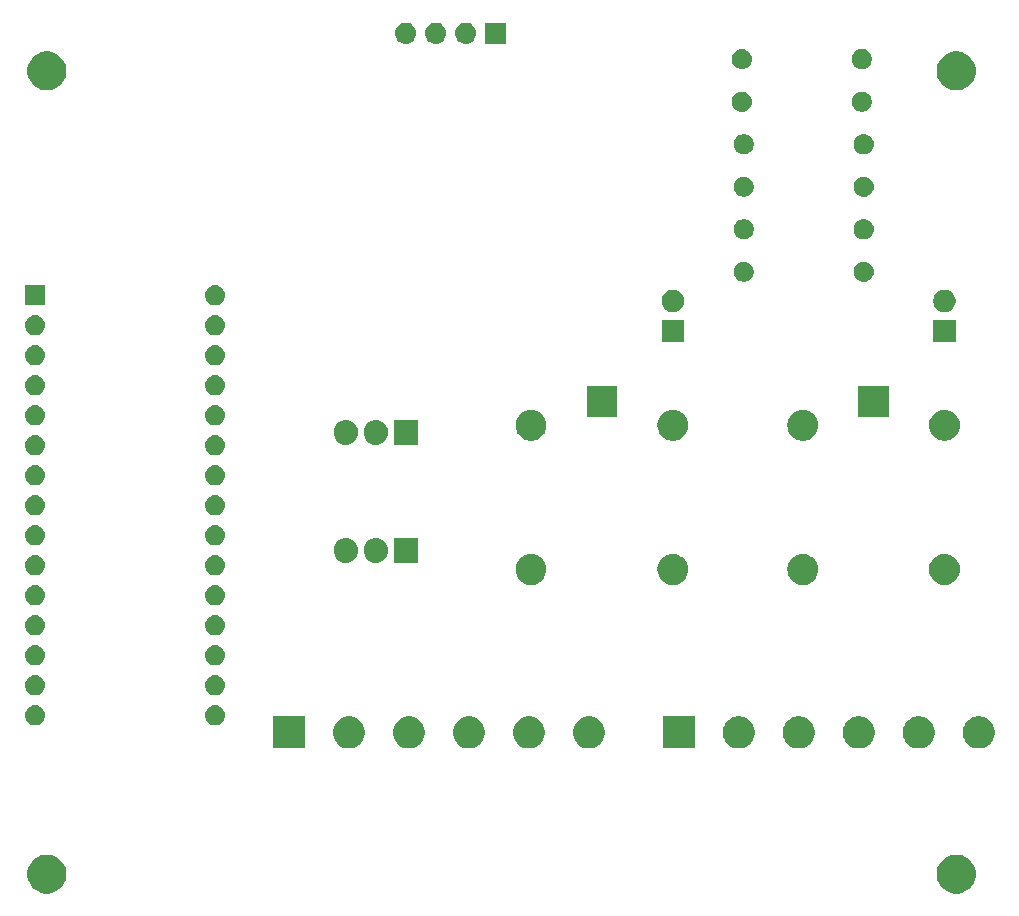
<source format=gbs>
G04 #@! TF.GenerationSoftware,KiCad,Pcbnew,5.1.4*
G04 #@! TF.CreationDate,2019-11-04T19:33:23+01:00*
G04 #@! TF.ProjectId,fan-controller,66616e2d-636f-46e7-9472-6f6c6c65722e,1.0*
G04 #@! TF.SameCoordinates,Original*
G04 #@! TF.FileFunction,Soldermask,Bot*
G04 #@! TF.FilePolarity,Negative*
%FSLAX46Y46*%
G04 Gerber Fmt 4.6, Leading zero omitted, Abs format (unit mm)*
G04 Created by KiCad (PCBNEW 5.1.4) date 2019-11-04 19:33:23*
%MOMM*%
%LPD*%
G04 APERTURE LIST*
%ADD10C,0.100000*%
G04 APERTURE END LIST*
D10*
G36*
X173375256Y-135391298D02*
G01*
X173481579Y-135412447D01*
X173782042Y-135536903D01*
X174052451Y-135717585D01*
X174282415Y-135947549D01*
X174463097Y-136217958D01*
X174587553Y-136518421D01*
X174651000Y-136837391D01*
X174651000Y-137162609D01*
X174587553Y-137481579D01*
X174463097Y-137782042D01*
X174282415Y-138052451D01*
X174052451Y-138282415D01*
X173782042Y-138463097D01*
X173481579Y-138587553D01*
X173375256Y-138608702D01*
X173162611Y-138651000D01*
X172837389Y-138651000D01*
X172624744Y-138608702D01*
X172518421Y-138587553D01*
X172217958Y-138463097D01*
X171947549Y-138282415D01*
X171717585Y-138052451D01*
X171536903Y-137782042D01*
X171412447Y-137481579D01*
X171349000Y-137162609D01*
X171349000Y-136837391D01*
X171412447Y-136518421D01*
X171536903Y-136217958D01*
X171717585Y-135947549D01*
X171947549Y-135717585D01*
X172217958Y-135536903D01*
X172518421Y-135412447D01*
X172624744Y-135391298D01*
X172837389Y-135349000D01*
X173162611Y-135349000D01*
X173375256Y-135391298D01*
X173375256Y-135391298D01*
G37*
G36*
X96375256Y-135391298D02*
G01*
X96481579Y-135412447D01*
X96782042Y-135536903D01*
X97052451Y-135717585D01*
X97282415Y-135947549D01*
X97463097Y-136217958D01*
X97587553Y-136518421D01*
X97651000Y-136837391D01*
X97651000Y-137162609D01*
X97587553Y-137481579D01*
X97463097Y-137782042D01*
X97282415Y-138052451D01*
X97052451Y-138282415D01*
X96782042Y-138463097D01*
X96481579Y-138587553D01*
X96375256Y-138608702D01*
X96162611Y-138651000D01*
X95837389Y-138651000D01*
X95624744Y-138608702D01*
X95518421Y-138587553D01*
X95217958Y-138463097D01*
X94947549Y-138282415D01*
X94717585Y-138052451D01*
X94536903Y-137782042D01*
X94412447Y-137481579D01*
X94349000Y-137162609D01*
X94349000Y-136837391D01*
X94412447Y-136518421D01*
X94536903Y-136217958D01*
X94717585Y-135947549D01*
X94947549Y-135717585D01*
X95217958Y-135536903D01*
X95518421Y-135412447D01*
X95624744Y-135391298D01*
X95837389Y-135349000D01*
X96162611Y-135349000D01*
X96375256Y-135391298D01*
X96375256Y-135391298D01*
G37*
G36*
X137214072Y-123700918D02*
G01*
X137276613Y-123726823D01*
X137459939Y-123802759D01*
X137681212Y-123950610D01*
X137869390Y-124138788D01*
X138017241Y-124360061D01*
X138119082Y-124605928D01*
X138171000Y-124866938D01*
X138171000Y-125133062D01*
X138119082Y-125394072D01*
X138017241Y-125639939D01*
X137869390Y-125861212D01*
X137681212Y-126049390D01*
X137459939Y-126197241D01*
X137459938Y-126197242D01*
X137459937Y-126197242D01*
X137214072Y-126299082D01*
X136953063Y-126351000D01*
X136686937Y-126351000D01*
X136425928Y-126299082D01*
X136180063Y-126197242D01*
X136180062Y-126197242D01*
X136180061Y-126197241D01*
X135958788Y-126049390D01*
X135770610Y-125861212D01*
X135622759Y-125639939D01*
X135520918Y-125394072D01*
X135469000Y-125133062D01*
X135469000Y-124866938D01*
X135520918Y-124605928D01*
X135622759Y-124360061D01*
X135770610Y-124138788D01*
X135958788Y-123950610D01*
X136180061Y-123802759D01*
X136363388Y-123726823D01*
X136425928Y-123700918D01*
X136686937Y-123649000D01*
X136953063Y-123649000D01*
X137214072Y-123700918D01*
X137214072Y-123700918D01*
G37*
G36*
X160054072Y-123700918D02*
G01*
X160116613Y-123726823D01*
X160299939Y-123802759D01*
X160521212Y-123950610D01*
X160709390Y-124138788D01*
X160857241Y-124360061D01*
X160959082Y-124605928D01*
X161011000Y-124866938D01*
X161011000Y-125133062D01*
X160959082Y-125394072D01*
X160857241Y-125639939D01*
X160709390Y-125861212D01*
X160521212Y-126049390D01*
X160299939Y-126197241D01*
X160299938Y-126197242D01*
X160299937Y-126197242D01*
X160054072Y-126299082D01*
X159793063Y-126351000D01*
X159526937Y-126351000D01*
X159265928Y-126299082D01*
X159020063Y-126197242D01*
X159020062Y-126197242D01*
X159020061Y-126197241D01*
X158798788Y-126049390D01*
X158610610Y-125861212D01*
X158462759Y-125639939D01*
X158360918Y-125394072D01*
X158309000Y-125133062D01*
X158309000Y-124866938D01*
X158360918Y-124605928D01*
X158462759Y-124360061D01*
X158610610Y-124138788D01*
X158798788Y-123950610D01*
X159020061Y-123802759D01*
X159203388Y-123726823D01*
X159265928Y-123700918D01*
X159526937Y-123649000D01*
X159793063Y-123649000D01*
X160054072Y-123700918D01*
X160054072Y-123700918D01*
G37*
G36*
X142294072Y-123700918D02*
G01*
X142356613Y-123726823D01*
X142539939Y-123802759D01*
X142761212Y-123950610D01*
X142949390Y-124138788D01*
X143097241Y-124360061D01*
X143199082Y-124605928D01*
X143251000Y-124866938D01*
X143251000Y-125133062D01*
X143199082Y-125394072D01*
X143097241Y-125639939D01*
X142949390Y-125861212D01*
X142761212Y-126049390D01*
X142539939Y-126197241D01*
X142539938Y-126197242D01*
X142539937Y-126197242D01*
X142294072Y-126299082D01*
X142033063Y-126351000D01*
X141766937Y-126351000D01*
X141505928Y-126299082D01*
X141260063Y-126197242D01*
X141260062Y-126197242D01*
X141260061Y-126197241D01*
X141038788Y-126049390D01*
X140850610Y-125861212D01*
X140702759Y-125639939D01*
X140600918Y-125394072D01*
X140549000Y-125133062D01*
X140549000Y-124866938D01*
X140600918Y-124605928D01*
X140702759Y-124360061D01*
X140850610Y-124138788D01*
X141038788Y-123950610D01*
X141260061Y-123802759D01*
X141443388Y-123726823D01*
X141505928Y-123700918D01*
X141766937Y-123649000D01*
X142033063Y-123649000D01*
X142294072Y-123700918D01*
X142294072Y-123700918D01*
G37*
G36*
X132134072Y-123700918D02*
G01*
X132196613Y-123726823D01*
X132379939Y-123802759D01*
X132601212Y-123950610D01*
X132789390Y-124138788D01*
X132937241Y-124360061D01*
X133039082Y-124605928D01*
X133091000Y-124866938D01*
X133091000Y-125133062D01*
X133039082Y-125394072D01*
X132937241Y-125639939D01*
X132789390Y-125861212D01*
X132601212Y-126049390D01*
X132379939Y-126197241D01*
X132379938Y-126197242D01*
X132379937Y-126197242D01*
X132134072Y-126299082D01*
X131873063Y-126351000D01*
X131606937Y-126351000D01*
X131345928Y-126299082D01*
X131100063Y-126197242D01*
X131100062Y-126197242D01*
X131100061Y-126197241D01*
X130878788Y-126049390D01*
X130690610Y-125861212D01*
X130542759Y-125639939D01*
X130440918Y-125394072D01*
X130389000Y-125133062D01*
X130389000Y-124866938D01*
X130440918Y-124605928D01*
X130542759Y-124360061D01*
X130690610Y-124138788D01*
X130878788Y-123950610D01*
X131100061Y-123802759D01*
X131283388Y-123726823D01*
X131345928Y-123700918D01*
X131606937Y-123649000D01*
X131873063Y-123649000D01*
X132134072Y-123700918D01*
X132134072Y-123700918D01*
G37*
G36*
X127054072Y-123700918D02*
G01*
X127116613Y-123726823D01*
X127299939Y-123802759D01*
X127521212Y-123950610D01*
X127709390Y-124138788D01*
X127857241Y-124360061D01*
X127959082Y-124605928D01*
X128011000Y-124866938D01*
X128011000Y-125133062D01*
X127959082Y-125394072D01*
X127857241Y-125639939D01*
X127709390Y-125861212D01*
X127521212Y-126049390D01*
X127299939Y-126197241D01*
X127299938Y-126197242D01*
X127299937Y-126197242D01*
X127054072Y-126299082D01*
X126793063Y-126351000D01*
X126526937Y-126351000D01*
X126265928Y-126299082D01*
X126020063Y-126197242D01*
X126020062Y-126197242D01*
X126020061Y-126197241D01*
X125798788Y-126049390D01*
X125610610Y-125861212D01*
X125462759Y-125639939D01*
X125360918Y-125394072D01*
X125309000Y-125133062D01*
X125309000Y-124866938D01*
X125360918Y-124605928D01*
X125462759Y-124360061D01*
X125610610Y-124138788D01*
X125798788Y-123950610D01*
X126020061Y-123802759D01*
X126203388Y-123726823D01*
X126265928Y-123700918D01*
X126526937Y-123649000D01*
X126793063Y-123649000D01*
X127054072Y-123700918D01*
X127054072Y-123700918D01*
G37*
G36*
X121974072Y-123700918D02*
G01*
X122036613Y-123726823D01*
X122219939Y-123802759D01*
X122441212Y-123950610D01*
X122629390Y-124138788D01*
X122777241Y-124360061D01*
X122879082Y-124605928D01*
X122931000Y-124866938D01*
X122931000Y-125133062D01*
X122879082Y-125394072D01*
X122777241Y-125639939D01*
X122629390Y-125861212D01*
X122441212Y-126049390D01*
X122219939Y-126197241D01*
X122219938Y-126197242D01*
X122219937Y-126197242D01*
X121974072Y-126299082D01*
X121713063Y-126351000D01*
X121446937Y-126351000D01*
X121185928Y-126299082D01*
X120940063Y-126197242D01*
X120940062Y-126197242D01*
X120940061Y-126197241D01*
X120718788Y-126049390D01*
X120530610Y-125861212D01*
X120382759Y-125639939D01*
X120280918Y-125394072D01*
X120229000Y-125133062D01*
X120229000Y-124866938D01*
X120280918Y-124605928D01*
X120382759Y-124360061D01*
X120530610Y-124138788D01*
X120718788Y-123950610D01*
X120940061Y-123802759D01*
X121123388Y-123726823D01*
X121185928Y-123700918D01*
X121446937Y-123649000D01*
X121713063Y-123649000D01*
X121974072Y-123700918D01*
X121974072Y-123700918D01*
G37*
G36*
X117851000Y-126351000D02*
G01*
X115149000Y-126351000D01*
X115149000Y-123649000D01*
X117851000Y-123649000D01*
X117851000Y-126351000D01*
X117851000Y-126351000D01*
G37*
G36*
X150851000Y-126351000D02*
G01*
X148149000Y-126351000D01*
X148149000Y-123649000D01*
X150851000Y-123649000D01*
X150851000Y-126351000D01*
X150851000Y-126351000D01*
G37*
G36*
X154974072Y-123700918D02*
G01*
X155036613Y-123726823D01*
X155219939Y-123802759D01*
X155441212Y-123950610D01*
X155629390Y-124138788D01*
X155777241Y-124360061D01*
X155879082Y-124605928D01*
X155931000Y-124866938D01*
X155931000Y-125133062D01*
X155879082Y-125394072D01*
X155777241Y-125639939D01*
X155629390Y-125861212D01*
X155441212Y-126049390D01*
X155219939Y-126197241D01*
X155219938Y-126197242D01*
X155219937Y-126197242D01*
X154974072Y-126299082D01*
X154713063Y-126351000D01*
X154446937Y-126351000D01*
X154185928Y-126299082D01*
X153940063Y-126197242D01*
X153940062Y-126197242D01*
X153940061Y-126197241D01*
X153718788Y-126049390D01*
X153530610Y-125861212D01*
X153382759Y-125639939D01*
X153280918Y-125394072D01*
X153229000Y-125133062D01*
X153229000Y-124866938D01*
X153280918Y-124605928D01*
X153382759Y-124360061D01*
X153530610Y-124138788D01*
X153718788Y-123950610D01*
X153940061Y-123802759D01*
X154123388Y-123726823D01*
X154185928Y-123700918D01*
X154446937Y-123649000D01*
X154713063Y-123649000D01*
X154974072Y-123700918D01*
X154974072Y-123700918D01*
G37*
G36*
X170214072Y-123700918D02*
G01*
X170276613Y-123726823D01*
X170459939Y-123802759D01*
X170681212Y-123950610D01*
X170869390Y-124138788D01*
X171017241Y-124360061D01*
X171119082Y-124605928D01*
X171171000Y-124866938D01*
X171171000Y-125133062D01*
X171119082Y-125394072D01*
X171017241Y-125639939D01*
X170869390Y-125861212D01*
X170681212Y-126049390D01*
X170459939Y-126197241D01*
X170459938Y-126197242D01*
X170459937Y-126197242D01*
X170214072Y-126299082D01*
X169953063Y-126351000D01*
X169686937Y-126351000D01*
X169425928Y-126299082D01*
X169180063Y-126197242D01*
X169180062Y-126197242D01*
X169180061Y-126197241D01*
X168958788Y-126049390D01*
X168770610Y-125861212D01*
X168622759Y-125639939D01*
X168520918Y-125394072D01*
X168469000Y-125133062D01*
X168469000Y-124866938D01*
X168520918Y-124605928D01*
X168622759Y-124360061D01*
X168770610Y-124138788D01*
X168958788Y-123950610D01*
X169180061Y-123802759D01*
X169363388Y-123726823D01*
X169425928Y-123700918D01*
X169686937Y-123649000D01*
X169953063Y-123649000D01*
X170214072Y-123700918D01*
X170214072Y-123700918D01*
G37*
G36*
X175294072Y-123700918D02*
G01*
X175356613Y-123726823D01*
X175539939Y-123802759D01*
X175761212Y-123950610D01*
X175949390Y-124138788D01*
X176097241Y-124360061D01*
X176199082Y-124605928D01*
X176251000Y-124866938D01*
X176251000Y-125133062D01*
X176199082Y-125394072D01*
X176097241Y-125639939D01*
X175949390Y-125861212D01*
X175761212Y-126049390D01*
X175539939Y-126197241D01*
X175539938Y-126197242D01*
X175539937Y-126197242D01*
X175294072Y-126299082D01*
X175033063Y-126351000D01*
X174766937Y-126351000D01*
X174505928Y-126299082D01*
X174260063Y-126197242D01*
X174260062Y-126197242D01*
X174260061Y-126197241D01*
X174038788Y-126049390D01*
X173850610Y-125861212D01*
X173702759Y-125639939D01*
X173600918Y-125394072D01*
X173549000Y-125133062D01*
X173549000Y-124866938D01*
X173600918Y-124605928D01*
X173702759Y-124360061D01*
X173850610Y-124138788D01*
X174038788Y-123950610D01*
X174260061Y-123802759D01*
X174443388Y-123726823D01*
X174505928Y-123700918D01*
X174766937Y-123649000D01*
X175033063Y-123649000D01*
X175294072Y-123700918D01*
X175294072Y-123700918D01*
G37*
G36*
X165134072Y-123700918D02*
G01*
X165196613Y-123726823D01*
X165379939Y-123802759D01*
X165601212Y-123950610D01*
X165789390Y-124138788D01*
X165937241Y-124360061D01*
X166039082Y-124605928D01*
X166091000Y-124866938D01*
X166091000Y-125133062D01*
X166039082Y-125394072D01*
X165937241Y-125639939D01*
X165789390Y-125861212D01*
X165601212Y-126049390D01*
X165379939Y-126197241D01*
X165379938Y-126197242D01*
X165379937Y-126197242D01*
X165134072Y-126299082D01*
X164873063Y-126351000D01*
X164606937Y-126351000D01*
X164345928Y-126299082D01*
X164100063Y-126197242D01*
X164100062Y-126197242D01*
X164100061Y-126197241D01*
X163878788Y-126049390D01*
X163690610Y-125861212D01*
X163542759Y-125639939D01*
X163440918Y-125394072D01*
X163389000Y-125133062D01*
X163389000Y-124866938D01*
X163440918Y-124605928D01*
X163542759Y-124360061D01*
X163690610Y-124138788D01*
X163878788Y-123950610D01*
X164100061Y-123802759D01*
X164283388Y-123726823D01*
X164345928Y-123700918D01*
X164606937Y-123649000D01*
X164873063Y-123649000D01*
X165134072Y-123700918D01*
X165134072Y-123700918D01*
G37*
G36*
X95166823Y-122721313D02*
G01*
X95327242Y-122769976D01*
X95459906Y-122840886D01*
X95475078Y-122848996D01*
X95604659Y-122955341D01*
X95711004Y-123084922D01*
X95711005Y-123084924D01*
X95790024Y-123232758D01*
X95838687Y-123393177D01*
X95855117Y-123560000D01*
X95838687Y-123726823D01*
X95790024Y-123887242D01*
X95756153Y-123950610D01*
X95711004Y-124035078D01*
X95604659Y-124164659D01*
X95475078Y-124271004D01*
X95475076Y-124271005D01*
X95327242Y-124350024D01*
X95166823Y-124398687D01*
X95041804Y-124411000D01*
X94958196Y-124411000D01*
X94833177Y-124398687D01*
X94672758Y-124350024D01*
X94524924Y-124271005D01*
X94524922Y-124271004D01*
X94395341Y-124164659D01*
X94288996Y-124035078D01*
X94243847Y-123950610D01*
X94209976Y-123887242D01*
X94161313Y-123726823D01*
X94144883Y-123560000D01*
X94161313Y-123393177D01*
X94209976Y-123232758D01*
X94288995Y-123084924D01*
X94288996Y-123084922D01*
X94395341Y-122955341D01*
X94524922Y-122848996D01*
X94540094Y-122840886D01*
X94672758Y-122769976D01*
X94833177Y-122721313D01*
X94958196Y-122709000D01*
X95041804Y-122709000D01*
X95166823Y-122721313D01*
X95166823Y-122721313D01*
G37*
G36*
X110406823Y-122721313D02*
G01*
X110567242Y-122769976D01*
X110699906Y-122840886D01*
X110715078Y-122848996D01*
X110844659Y-122955341D01*
X110951004Y-123084922D01*
X110951005Y-123084924D01*
X111030024Y-123232758D01*
X111078687Y-123393177D01*
X111095117Y-123560000D01*
X111078687Y-123726823D01*
X111030024Y-123887242D01*
X110996153Y-123950610D01*
X110951004Y-124035078D01*
X110844659Y-124164659D01*
X110715078Y-124271004D01*
X110715076Y-124271005D01*
X110567242Y-124350024D01*
X110406823Y-124398687D01*
X110281804Y-124411000D01*
X110198196Y-124411000D01*
X110073177Y-124398687D01*
X109912758Y-124350024D01*
X109764924Y-124271005D01*
X109764922Y-124271004D01*
X109635341Y-124164659D01*
X109528996Y-124035078D01*
X109483847Y-123950610D01*
X109449976Y-123887242D01*
X109401313Y-123726823D01*
X109384883Y-123560000D01*
X109401313Y-123393177D01*
X109449976Y-123232758D01*
X109528995Y-123084924D01*
X109528996Y-123084922D01*
X109635341Y-122955341D01*
X109764922Y-122848996D01*
X109780094Y-122840886D01*
X109912758Y-122769976D01*
X110073177Y-122721313D01*
X110198196Y-122709000D01*
X110281804Y-122709000D01*
X110406823Y-122721313D01*
X110406823Y-122721313D01*
G37*
G36*
X110406823Y-120181313D02*
G01*
X110567242Y-120229976D01*
X110699906Y-120300886D01*
X110715078Y-120308996D01*
X110844659Y-120415341D01*
X110951004Y-120544922D01*
X110951005Y-120544924D01*
X111030024Y-120692758D01*
X111078687Y-120853177D01*
X111095117Y-121020000D01*
X111078687Y-121186823D01*
X111030024Y-121347242D01*
X110959114Y-121479906D01*
X110951004Y-121495078D01*
X110844659Y-121624659D01*
X110715078Y-121731004D01*
X110715076Y-121731005D01*
X110567242Y-121810024D01*
X110406823Y-121858687D01*
X110281804Y-121871000D01*
X110198196Y-121871000D01*
X110073177Y-121858687D01*
X109912758Y-121810024D01*
X109764924Y-121731005D01*
X109764922Y-121731004D01*
X109635341Y-121624659D01*
X109528996Y-121495078D01*
X109520886Y-121479906D01*
X109449976Y-121347242D01*
X109401313Y-121186823D01*
X109384883Y-121020000D01*
X109401313Y-120853177D01*
X109449976Y-120692758D01*
X109528995Y-120544924D01*
X109528996Y-120544922D01*
X109635341Y-120415341D01*
X109764922Y-120308996D01*
X109780094Y-120300886D01*
X109912758Y-120229976D01*
X110073177Y-120181313D01*
X110198196Y-120169000D01*
X110281804Y-120169000D01*
X110406823Y-120181313D01*
X110406823Y-120181313D01*
G37*
G36*
X95166823Y-120181313D02*
G01*
X95327242Y-120229976D01*
X95459906Y-120300886D01*
X95475078Y-120308996D01*
X95604659Y-120415341D01*
X95711004Y-120544922D01*
X95711005Y-120544924D01*
X95790024Y-120692758D01*
X95838687Y-120853177D01*
X95855117Y-121020000D01*
X95838687Y-121186823D01*
X95790024Y-121347242D01*
X95719114Y-121479906D01*
X95711004Y-121495078D01*
X95604659Y-121624659D01*
X95475078Y-121731004D01*
X95475076Y-121731005D01*
X95327242Y-121810024D01*
X95166823Y-121858687D01*
X95041804Y-121871000D01*
X94958196Y-121871000D01*
X94833177Y-121858687D01*
X94672758Y-121810024D01*
X94524924Y-121731005D01*
X94524922Y-121731004D01*
X94395341Y-121624659D01*
X94288996Y-121495078D01*
X94280886Y-121479906D01*
X94209976Y-121347242D01*
X94161313Y-121186823D01*
X94144883Y-121020000D01*
X94161313Y-120853177D01*
X94209976Y-120692758D01*
X94288995Y-120544924D01*
X94288996Y-120544922D01*
X94395341Y-120415341D01*
X94524922Y-120308996D01*
X94540094Y-120300886D01*
X94672758Y-120229976D01*
X94833177Y-120181313D01*
X94958196Y-120169000D01*
X95041804Y-120169000D01*
X95166823Y-120181313D01*
X95166823Y-120181313D01*
G37*
G36*
X95166823Y-117641313D02*
G01*
X95327242Y-117689976D01*
X95459906Y-117760886D01*
X95475078Y-117768996D01*
X95604659Y-117875341D01*
X95711004Y-118004922D01*
X95711005Y-118004924D01*
X95790024Y-118152758D01*
X95838687Y-118313177D01*
X95855117Y-118480000D01*
X95838687Y-118646823D01*
X95790024Y-118807242D01*
X95719114Y-118939906D01*
X95711004Y-118955078D01*
X95604659Y-119084659D01*
X95475078Y-119191004D01*
X95475076Y-119191005D01*
X95327242Y-119270024D01*
X95166823Y-119318687D01*
X95041804Y-119331000D01*
X94958196Y-119331000D01*
X94833177Y-119318687D01*
X94672758Y-119270024D01*
X94524924Y-119191005D01*
X94524922Y-119191004D01*
X94395341Y-119084659D01*
X94288996Y-118955078D01*
X94280886Y-118939906D01*
X94209976Y-118807242D01*
X94161313Y-118646823D01*
X94144883Y-118480000D01*
X94161313Y-118313177D01*
X94209976Y-118152758D01*
X94288995Y-118004924D01*
X94288996Y-118004922D01*
X94395341Y-117875341D01*
X94524922Y-117768996D01*
X94540094Y-117760886D01*
X94672758Y-117689976D01*
X94833177Y-117641313D01*
X94958196Y-117629000D01*
X95041804Y-117629000D01*
X95166823Y-117641313D01*
X95166823Y-117641313D01*
G37*
G36*
X110406823Y-117641313D02*
G01*
X110567242Y-117689976D01*
X110699906Y-117760886D01*
X110715078Y-117768996D01*
X110844659Y-117875341D01*
X110951004Y-118004922D01*
X110951005Y-118004924D01*
X111030024Y-118152758D01*
X111078687Y-118313177D01*
X111095117Y-118480000D01*
X111078687Y-118646823D01*
X111030024Y-118807242D01*
X110959114Y-118939906D01*
X110951004Y-118955078D01*
X110844659Y-119084659D01*
X110715078Y-119191004D01*
X110715076Y-119191005D01*
X110567242Y-119270024D01*
X110406823Y-119318687D01*
X110281804Y-119331000D01*
X110198196Y-119331000D01*
X110073177Y-119318687D01*
X109912758Y-119270024D01*
X109764924Y-119191005D01*
X109764922Y-119191004D01*
X109635341Y-119084659D01*
X109528996Y-118955078D01*
X109520886Y-118939906D01*
X109449976Y-118807242D01*
X109401313Y-118646823D01*
X109384883Y-118480000D01*
X109401313Y-118313177D01*
X109449976Y-118152758D01*
X109528995Y-118004924D01*
X109528996Y-118004922D01*
X109635341Y-117875341D01*
X109764922Y-117768996D01*
X109780094Y-117760886D01*
X109912758Y-117689976D01*
X110073177Y-117641313D01*
X110198196Y-117629000D01*
X110281804Y-117629000D01*
X110406823Y-117641313D01*
X110406823Y-117641313D01*
G37*
G36*
X95166823Y-115101313D02*
G01*
X95327242Y-115149976D01*
X95459906Y-115220886D01*
X95475078Y-115228996D01*
X95604659Y-115335341D01*
X95711004Y-115464922D01*
X95711005Y-115464924D01*
X95790024Y-115612758D01*
X95838687Y-115773177D01*
X95855117Y-115940000D01*
X95838687Y-116106823D01*
X95790024Y-116267242D01*
X95719114Y-116399906D01*
X95711004Y-116415078D01*
X95604659Y-116544659D01*
X95475078Y-116651004D01*
X95475076Y-116651005D01*
X95327242Y-116730024D01*
X95166823Y-116778687D01*
X95041804Y-116791000D01*
X94958196Y-116791000D01*
X94833177Y-116778687D01*
X94672758Y-116730024D01*
X94524924Y-116651005D01*
X94524922Y-116651004D01*
X94395341Y-116544659D01*
X94288996Y-116415078D01*
X94280886Y-116399906D01*
X94209976Y-116267242D01*
X94161313Y-116106823D01*
X94144883Y-115940000D01*
X94161313Y-115773177D01*
X94209976Y-115612758D01*
X94288995Y-115464924D01*
X94288996Y-115464922D01*
X94395341Y-115335341D01*
X94524922Y-115228996D01*
X94540094Y-115220886D01*
X94672758Y-115149976D01*
X94833177Y-115101313D01*
X94958196Y-115089000D01*
X95041804Y-115089000D01*
X95166823Y-115101313D01*
X95166823Y-115101313D01*
G37*
G36*
X110406823Y-115101313D02*
G01*
X110567242Y-115149976D01*
X110699906Y-115220886D01*
X110715078Y-115228996D01*
X110844659Y-115335341D01*
X110951004Y-115464922D01*
X110951005Y-115464924D01*
X111030024Y-115612758D01*
X111078687Y-115773177D01*
X111095117Y-115940000D01*
X111078687Y-116106823D01*
X111030024Y-116267242D01*
X110959114Y-116399906D01*
X110951004Y-116415078D01*
X110844659Y-116544659D01*
X110715078Y-116651004D01*
X110715076Y-116651005D01*
X110567242Y-116730024D01*
X110406823Y-116778687D01*
X110281804Y-116791000D01*
X110198196Y-116791000D01*
X110073177Y-116778687D01*
X109912758Y-116730024D01*
X109764924Y-116651005D01*
X109764922Y-116651004D01*
X109635341Y-116544659D01*
X109528996Y-116415078D01*
X109520886Y-116399906D01*
X109449976Y-116267242D01*
X109401313Y-116106823D01*
X109384883Y-115940000D01*
X109401313Y-115773177D01*
X109449976Y-115612758D01*
X109528995Y-115464924D01*
X109528996Y-115464922D01*
X109635341Y-115335341D01*
X109764922Y-115228996D01*
X109780094Y-115220886D01*
X109912758Y-115149976D01*
X110073177Y-115101313D01*
X110198196Y-115089000D01*
X110281804Y-115089000D01*
X110406823Y-115101313D01*
X110406823Y-115101313D01*
G37*
G36*
X110406823Y-112561313D02*
G01*
X110567242Y-112609976D01*
X110699906Y-112680886D01*
X110715078Y-112688996D01*
X110844659Y-112795341D01*
X110951004Y-112924922D01*
X110951005Y-112924924D01*
X111030024Y-113072758D01*
X111078687Y-113233177D01*
X111095117Y-113400000D01*
X111078687Y-113566823D01*
X111030024Y-113727242D01*
X110959114Y-113859906D01*
X110951004Y-113875078D01*
X110844659Y-114004659D01*
X110715078Y-114111004D01*
X110715076Y-114111005D01*
X110567242Y-114190024D01*
X110406823Y-114238687D01*
X110281804Y-114251000D01*
X110198196Y-114251000D01*
X110073177Y-114238687D01*
X109912758Y-114190024D01*
X109764924Y-114111005D01*
X109764922Y-114111004D01*
X109635341Y-114004659D01*
X109528996Y-113875078D01*
X109520886Y-113859906D01*
X109449976Y-113727242D01*
X109401313Y-113566823D01*
X109384883Y-113400000D01*
X109401313Y-113233177D01*
X109449976Y-113072758D01*
X109528995Y-112924924D01*
X109528996Y-112924922D01*
X109635341Y-112795341D01*
X109764922Y-112688996D01*
X109780094Y-112680886D01*
X109912758Y-112609976D01*
X110073177Y-112561313D01*
X110198196Y-112549000D01*
X110281804Y-112549000D01*
X110406823Y-112561313D01*
X110406823Y-112561313D01*
G37*
G36*
X95166823Y-112561313D02*
G01*
X95327242Y-112609976D01*
X95459906Y-112680886D01*
X95475078Y-112688996D01*
X95604659Y-112795341D01*
X95711004Y-112924922D01*
X95711005Y-112924924D01*
X95790024Y-113072758D01*
X95838687Y-113233177D01*
X95855117Y-113400000D01*
X95838687Y-113566823D01*
X95790024Y-113727242D01*
X95719114Y-113859906D01*
X95711004Y-113875078D01*
X95604659Y-114004659D01*
X95475078Y-114111004D01*
X95475076Y-114111005D01*
X95327242Y-114190024D01*
X95166823Y-114238687D01*
X95041804Y-114251000D01*
X94958196Y-114251000D01*
X94833177Y-114238687D01*
X94672758Y-114190024D01*
X94524924Y-114111005D01*
X94524922Y-114111004D01*
X94395341Y-114004659D01*
X94288996Y-113875078D01*
X94280886Y-113859906D01*
X94209976Y-113727242D01*
X94161313Y-113566823D01*
X94144883Y-113400000D01*
X94161313Y-113233177D01*
X94209976Y-113072758D01*
X94288995Y-112924924D01*
X94288996Y-112924922D01*
X94395341Y-112795341D01*
X94524922Y-112688996D01*
X94540094Y-112680886D01*
X94672758Y-112609976D01*
X94833177Y-112561313D01*
X94958196Y-112549000D01*
X95041804Y-112549000D01*
X95166823Y-112561313D01*
X95166823Y-112561313D01*
G37*
G36*
X160159473Y-109908413D02*
G01*
X160255040Y-109917825D01*
X160500280Y-109992218D01*
X160726294Y-110113025D01*
X160777899Y-110155376D01*
X160924397Y-110275603D01*
X161044624Y-110422101D01*
X161086975Y-110473706D01*
X161207782Y-110699720D01*
X161282175Y-110944960D01*
X161307294Y-111200000D01*
X161282175Y-111455040D01*
X161207782Y-111700280D01*
X161086975Y-111926294D01*
X161044624Y-111977899D01*
X160924397Y-112124397D01*
X160777899Y-112244624D01*
X160726294Y-112286975D01*
X160500280Y-112407782D01*
X160255040Y-112482175D01*
X160159472Y-112491588D01*
X160063906Y-112501000D01*
X159936094Y-112501000D01*
X159840528Y-112491588D01*
X159744960Y-112482175D01*
X159499720Y-112407782D01*
X159273706Y-112286975D01*
X159222101Y-112244624D01*
X159075603Y-112124397D01*
X158955376Y-111977899D01*
X158913025Y-111926294D01*
X158792218Y-111700280D01*
X158717825Y-111455040D01*
X158692706Y-111200000D01*
X158717825Y-110944960D01*
X158792218Y-110699720D01*
X158913025Y-110473706D01*
X158955376Y-110422101D01*
X159075603Y-110275603D01*
X159222101Y-110155376D01*
X159273706Y-110113025D01*
X159499720Y-109992218D01*
X159744960Y-109917825D01*
X159840527Y-109908413D01*
X159936094Y-109899000D01*
X160063906Y-109899000D01*
X160159473Y-109908413D01*
X160159473Y-109908413D01*
G37*
G36*
X149159473Y-109908413D02*
G01*
X149255040Y-109917825D01*
X149500280Y-109992218D01*
X149726294Y-110113025D01*
X149777899Y-110155376D01*
X149924397Y-110275603D01*
X150044624Y-110422101D01*
X150086975Y-110473706D01*
X150207782Y-110699720D01*
X150282175Y-110944960D01*
X150307294Y-111200000D01*
X150282175Y-111455040D01*
X150207782Y-111700280D01*
X150086975Y-111926294D01*
X150044624Y-111977899D01*
X149924397Y-112124397D01*
X149777899Y-112244624D01*
X149726294Y-112286975D01*
X149500280Y-112407782D01*
X149255040Y-112482175D01*
X149159472Y-112491588D01*
X149063906Y-112501000D01*
X148936094Y-112501000D01*
X148840528Y-112491588D01*
X148744960Y-112482175D01*
X148499720Y-112407782D01*
X148273706Y-112286975D01*
X148222101Y-112244624D01*
X148075603Y-112124397D01*
X147955376Y-111977899D01*
X147913025Y-111926294D01*
X147792218Y-111700280D01*
X147717825Y-111455040D01*
X147692706Y-111200000D01*
X147717825Y-110944960D01*
X147792218Y-110699720D01*
X147913025Y-110473706D01*
X147955376Y-110422101D01*
X148075603Y-110275603D01*
X148222101Y-110155376D01*
X148273706Y-110113025D01*
X148499720Y-109992218D01*
X148744960Y-109917825D01*
X148840527Y-109908413D01*
X148936094Y-109899000D01*
X149063906Y-109899000D01*
X149159473Y-109908413D01*
X149159473Y-109908413D01*
G37*
G36*
X172159473Y-109908413D02*
G01*
X172255040Y-109917825D01*
X172500280Y-109992218D01*
X172726294Y-110113025D01*
X172777899Y-110155376D01*
X172924397Y-110275603D01*
X173044624Y-110422101D01*
X173086975Y-110473706D01*
X173207782Y-110699720D01*
X173282175Y-110944960D01*
X173307294Y-111200000D01*
X173282175Y-111455040D01*
X173207782Y-111700280D01*
X173086975Y-111926294D01*
X173044624Y-111977899D01*
X172924397Y-112124397D01*
X172777899Y-112244624D01*
X172726294Y-112286975D01*
X172500280Y-112407782D01*
X172255040Y-112482175D01*
X172159472Y-112491588D01*
X172063906Y-112501000D01*
X171936094Y-112501000D01*
X171840528Y-112491588D01*
X171744960Y-112482175D01*
X171499720Y-112407782D01*
X171273706Y-112286975D01*
X171222101Y-112244624D01*
X171075603Y-112124397D01*
X170955376Y-111977899D01*
X170913025Y-111926294D01*
X170792218Y-111700280D01*
X170717825Y-111455040D01*
X170692706Y-111200000D01*
X170717825Y-110944960D01*
X170792218Y-110699720D01*
X170913025Y-110473706D01*
X170955376Y-110422101D01*
X171075603Y-110275603D01*
X171222101Y-110155376D01*
X171273706Y-110113025D01*
X171499720Y-109992218D01*
X171744960Y-109917825D01*
X171840527Y-109908413D01*
X171936094Y-109899000D01*
X172063906Y-109899000D01*
X172159473Y-109908413D01*
X172159473Y-109908413D01*
G37*
G36*
X137159473Y-109908413D02*
G01*
X137255040Y-109917825D01*
X137500280Y-109992218D01*
X137726294Y-110113025D01*
X137777899Y-110155376D01*
X137924397Y-110275603D01*
X138044624Y-110422101D01*
X138086975Y-110473706D01*
X138207782Y-110699720D01*
X138282175Y-110944960D01*
X138307294Y-111200000D01*
X138282175Y-111455040D01*
X138207782Y-111700280D01*
X138086975Y-111926294D01*
X138044624Y-111977899D01*
X137924397Y-112124397D01*
X137777899Y-112244624D01*
X137726294Y-112286975D01*
X137500280Y-112407782D01*
X137255040Y-112482175D01*
X137159472Y-112491588D01*
X137063906Y-112501000D01*
X136936094Y-112501000D01*
X136840528Y-112491588D01*
X136744960Y-112482175D01*
X136499720Y-112407782D01*
X136273706Y-112286975D01*
X136222101Y-112244624D01*
X136075603Y-112124397D01*
X135955376Y-111977899D01*
X135913025Y-111926294D01*
X135792218Y-111700280D01*
X135717825Y-111455040D01*
X135692706Y-111200000D01*
X135717825Y-110944960D01*
X135792218Y-110699720D01*
X135913025Y-110473706D01*
X135955376Y-110422101D01*
X136075603Y-110275603D01*
X136222101Y-110155376D01*
X136273706Y-110113025D01*
X136499720Y-109992218D01*
X136744960Y-109917825D01*
X136840527Y-109908413D01*
X136936094Y-109899000D01*
X137063906Y-109899000D01*
X137159473Y-109908413D01*
X137159473Y-109908413D01*
G37*
G36*
X110406823Y-110021313D02*
G01*
X110567242Y-110069976D01*
X110699906Y-110140886D01*
X110715078Y-110148996D01*
X110844659Y-110255341D01*
X110951004Y-110384922D01*
X110951005Y-110384924D01*
X111030024Y-110532758D01*
X111078687Y-110693177D01*
X111095117Y-110860000D01*
X111078687Y-111026823D01*
X111030024Y-111187242D01*
X110959114Y-111319906D01*
X110951004Y-111335078D01*
X110844659Y-111464659D01*
X110715078Y-111571004D01*
X110715076Y-111571005D01*
X110567242Y-111650024D01*
X110406823Y-111698687D01*
X110281804Y-111711000D01*
X110198196Y-111711000D01*
X110073177Y-111698687D01*
X109912758Y-111650024D01*
X109764924Y-111571005D01*
X109764922Y-111571004D01*
X109635341Y-111464659D01*
X109528996Y-111335078D01*
X109520886Y-111319906D01*
X109449976Y-111187242D01*
X109401313Y-111026823D01*
X109384883Y-110860000D01*
X109401313Y-110693177D01*
X109449976Y-110532758D01*
X109528995Y-110384924D01*
X109528996Y-110384922D01*
X109635341Y-110255341D01*
X109764922Y-110148996D01*
X109780094Y-110140886D01*
X109912758Y-110069976D01*
X110073177Y-110021313D01*
X110198196Y-110009000D01*
X110281804Y-110009000D01*
X110406823Y-110021313D01*
X110406823Y-110021313D01*
G37*
G36*
X95166823Y-110021313D02*
G01*
X95327242Y-110069976D01*
X95459906Y-110140886D01*
X95475078Y-110148996D01*
X95604659Y-110255341D01*
X95711004Y-110384922D01*
X95711005Y-110384924D01*
X95790024Y-110532758D01*
X95838687Y-110693177D01*
X95855117Y-110860000D01*
X95838687Y-111026823D01*
X95790024Y-111187242D01*
X95719114Y-111319906D01*
X95711004Y-111335078D01*
X95604659Y-111464659D01*
X95475078Y-111571004D01*
X95475076Y-111571005D01*
X95327242Y-111650024D01*
X95166823Y-111698687D01*
X95041804Y-111711000D01*
X94958196Y-111711000D01*
X94833177Y-111698687D01*
X94672758Y-111650024D01*
X94524924Y-111571005D01*
X94524922Y-111571004D01*
X94395341Y-111464659D01*
X94288996Y-111335078D01*
X94280886Y-111319906D01*
X94209976Y-111187242D01*
X94161313Y-111026823D01*
X94144883Y-110860000D01*
X94161313Y-110693177D01*
X94209976Y-110532758D01*
X94288995Y-110384924D01*
X94288996Y-110384922D01*
X94395341Y-110255341D01*
X94524922Y-110148996D01*
X94540094Y-110140886D01*
X94672758Y-110069976D01*
X94833177Y-110021313D01*
X94958196Y-110009000D01*
X95041804Y-110009000D01*
X95166823Y-110021313D01*
X95166823Y-110021313D01*
G37*
G36*
X124056720Y-108563520D02*
G01*
X124245881Y-108620901D01*
X124420212Y-108714083D01*
X124573015Y-108839485D01*
X124698417Y-108992288D01*
X124742182Y-109074167D01*
X124791598Y-109166617D01*
X124791599Y-109166620D01*
X124848980Y-109355781D01*
X124863500Y-109503207D01*
X124863500Y-109696794D01*
X124848980Y-109844220D01*
X124791599Y-110033381D01*
X124698417Y-110207712D01*
X124573015Y-110360515D01*
X124420212Y-110485917D01*
X124338333Y-110529682D01*
X124245883Y-110579098D01*
X124245880Y-110579099D01*
X124056719Y-110636480D01*
X123860000Y-110655855D01*
X123663280Y-110636480D01*
X123474119Y-110579099D01*
X123299788Y-110485917D01*
X123146985Y-110360515D01*
X123021583Y-110207712D01*
X122947961Y-110069975D01*
X122928402Y-110033383D01*
X122924741Y-110021313D01*
X122871020Y-109844219D01*
X122856500Y-109696793D01*
X122856500Y-109503206D01*
X122871020Y-109355780D01*
X122928401Y-109166619D01*
X123021583Y-108992288D01*
X123146985Y-108839485D01*
X123299788Y-108714083D01*
X123474120Y-108620901D01*
X123663281Y-108563520D01*
X123860000Y-108544145D01*
X124056720Y-108563520D01*
X124056720Y-108563520D01*
G37*
G36*
X121516720Y-108563520D02*
G01*
X121705881Y-108620901D01*
X121880212Y-108714083D01*
X122033015Y-108839485D01*
X122158417Y-108992288D01*
X122202182Y-109074167D01*
X122251598Y-109166617D01*
X122251599Y-109166620D01*
X122308980Y-109355781D01*
X122323500Y-109503207D01*
X122323500Y-109696794D01*
X122308980Y-109844220D01*
X122251599Y-110033381D01*
X122158417Y-110207712D01*
X122033015Y-110360515D01*
X121880212Y-110485917D01*
X121798333Y-110529682D01*
X121705883Y-110579098D01*
X121705880Y-110579099D01*
X121516719Y-110636480D01*
X121320000Y-110655855D01*
X121123280Y-110636480D01*
X120934119Y-110579099D01*
X120759788Y-110485917D01*
X120606985Y-110360515D01*
X120481583Y-110207712D01*
X120407961Y-110069975D01*
X120388402Y-110033383D01*
X120384741Y-110021313D01*
X120331020Y-109844219D01*
X120316500Y-109696793D01*
X120316500Y-109503206D01*
X120331020Y-109355780D01*
X120388401Y-109166619D01*
X120481583Y-108992288D01*
X120606985Y-108839485D01*
X120759788Y-108714083D01*
X120934120Y-108620901D01*
X121123281Y-108563520D01*
X121320000Y-108544145D01*
X121516720Y-108563520D01*
X121516720Y-108563520D01*
G37*
G36*
X127403500Y-110651000D02*
G01*
X125396500Y-110651000D01*
X125396500Y-108549000D01*
X127403500Y-108549000D01*
X127403500Y-110651000D01*
X127403500Y-110651000D01*
G37*
G36*
X110406823Y-107481313D02*
G01*
X110567242Y-107529976D01*
X110699906Y-107600886D01*
X110715078Y-107608996D01*
X110844659Y-107715341D01*
X110951004Y-107844922D01*
X110951005Y-107844924D01*
X111030024Y-107992758D01*
X111078687Y-108153177D01*
X111095117Y-108320000D01*
X111078687Y-108486823D01*
X111030024Y-108647242D01*
X110959114Y-108779906D01*
X110951004Y-108795078D01*
X110844659Y-108924659D01*
X110715078Y-109031004D01*
X110715076Y-109031005D01*
X110567242Y-109110024D01*
X110406823Y-109158687D01*
X110281804Y-109171000D01*
X110198196Y-109171000D01*
X110073177Y-109158687D01*
X109912758Y-109110024D01*
X109764924Y-109031005D01*
X109764922Y-109031004D01*
X109635341Y-108924659D01*
X109528996Y-108795078D01*
X109520886Y-108779906D01*
X109449976Y-108647242D01*
X109401313Y-108486823D01*
X109384883Y-108320000D01*
X109401313Y-108153177D01*
X109449976Y-107992758D01*
X109528995Y-107844924D01*
X109528996Y-107844922D01*
X109635341Y-107715341D01*
X109764922Y-107608996D01*
X109780094Y-107600886D01*
X109912758Y-107529976D01*
X110073177Y-107481313D01*
X110198196Y-107469000D01*
X110281804Y-107469000D01*
X110406823Y-107481313D01*
X110406823Y-107481313D01*
G37*
G36*
X95166823Y-107481313D02*
G01*
X95327242Y-107529976D01*
X95459906Y-107600886D01*
X95475078Y-107608996D01*
X95604659Y-107715341D01*
X95711004Y-107844922D01*
X95711005Y-107844924D01*
X95790024Y-107992758D01*
X95838687Y-108153177D01*
X95855117Y-108320000D01*
X95838687Y-108486823D01*
X95790024Y-108647242D01*
X95719114Y-108779906D01*
X95711004Y-108795078D01*
X95604659Y-108924659D01*
X95475078Y-109031004D01*
X95475076Y-109031005D01*
X95327242Y-109110024D01*
X95166823Y-109158687D01*
X95041804Y-109171000D01*
X94958196Y-109171000D01*
X94833177Y-109158687D01*
X94672758Y-109110024D01*
X94524924Y-109031005D01*
X94524922Y-109031004D01*
X94395341Y-108924659D01*
X94288996Y-108795078D01*
X94280886Y-108779906D01*
X94209976Y-108647242D01*
X94161313Y-108486823D01*
X94144883Y-108320000D01*
X94161313Y-108153177D01*
X94209976Y-107992758D01*
X94288995Y-107844924D01*
X94288996Y-107844922D01*
X94395341Y-107715341D01*
X94524922Y-107608996D01*
X94540094Y-107600886D01*
X94672758Y-107529976D01*
X94833177Y-107481313D01*
X94958196Y-107469000D01*
X95041804Y-107469000D01*
X95166823Y-107481313D01*
X95166823Y-107481313D01*
G37*
G36*
X110406823Y-104941313D02*
G01*
X110567242Y-104989976D01*
X110699906Y-105060886D01*
X110715078Y-105068996D01*
X110844659Y-105175341D01*
X110951004Y-105304922D01*
X110951005Y-105304924D01*
X111030024Y-105452758D01*
X111078687Y-105613177D01*
X111095117Y-105780000D01*
X111078687Y-105946823D01*
X111030024Y-106107242D01*
X110959114Y-106239906D01*
X110951004Y-106255078D01*
X110844659Y-106384659D01*
X110715078Y-106491004D01*
X110715076Y-106491005D01*
X110567242Y-106570024D01*
X110406823Y-106618687D01*
X110281804Y-106631000D01*
X110198196Y-106631000D01*
X110073177Y-106618687D01*
X109912758Y-106570024D01*
X109764924Y-106491005D01*
X109764922Y-106491004D01*
X109635341Y-106384659D01*
X109528996Y-106255078D01*
X109520886Y-106239906D01*
X109449976Y-106107242D01*
X109401313Y-105946823D01*
X109384883Y-105780000D01*
X109401313Y-105613177D01*
X109449976Y-105452758D01*
X109528995Y-105304924D01*
X109528996Y-105304922D01*
X109635341Y-105175341D01*
X109764922Y-105068996D01*
X109780094Y-105060886D01*
X109912758Y-104989976D01*
X110073177Y-104941313D01*
X110198196Y-104929000D01*
X110281804Y-104929000D01*
X110406823Y-104941313D01*
X110406823Y-104941313D01*
G37*
G36*
X95166823Y-104941313D02*
G01*
X95327242Y-104989976D01*
X95459906Y-105060886D01*
X95475078Y-105068996D01*
X95604659Y-105175341D01*
X95711004Y-105304922D01*
X95711005Y-105304924D01*
X95790024Y-105452758D01*
X95838687Y-105613177D01*
X95855117Y-105780000D01*
X95838687Y-105946823D01*
X95790024Y-106107242D01*
X95719114Y-106239906D01*
X95711004Y-106255078D01*
X95604659Y-106384659D01*
X95475078Y-106491004D01*
X95475076Y-106491005D01*
X95327242Y-106570024D01*
X95166823Y-106618687D01*
X95041804Y-106631000D01*
X94958196Y-106631000D01*
X94833177Y-106618687D01*
X94672758Y-106570024D01*
X94524924Y-106491005D01*
X94524922Y-106491004D01*
X94395341Y-106384659D01*
X94288996Y-106255078D01*
X94280886Y-106239906D01*
X94209976Y-106107242D01*
X94161313Y-105946823D01*
X94144883Y-105780000D01*
X94161313Y-105613177D01*
X94209976Y-105452758D01*
X94288995Y-105304924D01*
X94288996Y-105304922D01*
X94395341Y-105175341D01*
X94524922Y-105068996D01*
X94540094Y-105060886D01*
X94672758Y-104989976D01*
X94833177Y-104941313D01*
X94958196Y-104929000D01*
X95041804Y-104929000D01*
X95166823Y-104941313D01*
X95166823Y-104941313D01*
G37*
G36*
X95166823Y-102401313D02*
G01*
X95327242Y-102449976D01*
X95459906Y-102520886D01*
X95475078Y-102528996D01*
X95604659Y-102635341D01*
X95711004Y-102764922D01*
X95711005Y-102764924D01*
X95790024Y-102912758D01*
X95838687Y-103073177D01*
X95855117Y-103240000D01*
X95838687Y-103406823D01*
X95790024Y-103567242D01*
X95719114Y-103699906D01*
X95711004Y-103715078D01*
X95604659Y-103844659D01*
X95475078Y-103951004D01*
X95475076Y-103951005D01*
X95327242Y-104030024D01*
X95166823Y-104078687D01*
X95041804Y-104091000D01*
X94958196Y-104091000D01*
X94833177Y-104078687D01*
X94672758Y-104030024D01*
X94524924Y-103951005D01*
X94524922Y-103951004D01*
X94395341Y-103844659D01*
X94288996Y-103715078D01*
X94280886Y-103699906D01*
X94209976Y-103567242D01*
X94161313Y-103406823D01*
X94144883Y-103240000D01*
X94161313Y-103073177D01*
X94209976Y-102912758D01*
X94288995Y-102764924D01*
X94288996Y-102764922D01*
X94395341Y-102635341D01*
X94524922Y-102528996D01*
X94540094Y-102520886D01*
X94672758Y-102449976D01*
X94833177Y-102401313D01*
X94958196Y-102389000D01*
X95041804Y-102389000D01*
X95166823Y-102401313D01*
X95166823Y-102401313D01*
G37*
G36*
X110406823Y-102401313D02*
G01*
X110567242Y-102449976D01*
X110699906Y-102520886D01*
X110715078Y-102528996D01*
X110844659Y-102635341D01*
X110951004Y-102764922D01*
X110951005Y-102764924D01*
X111030024Y-102912758D01*
X111078687Y-103073177D01*
X111095117Y-103240000D01*
X111078687Y-103406823D01*
X111030024Y-103567242D01*
X110959114Y-103699906D01*
X110951004Y-103715078D01*
X110844659Y-103844659D01*
X110715078Y-103951004D01*
X110715076Y-103951005D01*
X110567242Y-104030024D01*
X110406823Y-104078687D01*
X110281804Y-104091000D01*
X110198196Y-104091000D01*
X110073177Y-104078687D01*
X109912758Y-104030024D01*
X109764924Y-103951005D01*
X109764922Y-103951004D01*
X109635341Y-103844659D01*
X109528996Y-103715078D01*
X109520886Y-103699906D01*
X109449976Y-103567242D01*
X109401313Y-103406823D01*
X109384883Y-103240000D01*
X109401313Y-103073177D01*
X109449976Y-102912758D01*
X109528995Y-102764924D01*
X109528996Y-102764922D01*
X109635341Y-102635341D01*
X109764922Y-102528996D01*
X109780094Y-102520886D01*
X109912758Y-102449976D01*
X110073177Y-102401313D01*
X110198196Y-102389000D01*
X110281804Y-102389000D01*
X110406823Y-102401313D01*
X110406823Y-102401313D01*
G37*
G36*
X95166823Y-99861313D02*
G01*
X95327242Y-99909976D01*
X95459906Y-99980886D01*
X95475078Y-99988996D01*
X95604659Y-100095341D01*
X95711004Y-100224922D01*
X95711005Y-100224924D01*
X95790024Y-100372758D01*
X95838687Y-100533177D01*
X95855117Y-100700000D01*
X95838687Y-100866823D01*
X95790024Y-101027242D01*
X95719114Y-101159906D01*
X95711004Y-101175078D01*
X95604659Y-101304659D01*
X95475078Y-101411004D01*
X95475076Y-101411005D01*
X95327242Y-101490024D01*
X95166823Y-101538687D01*
X95041804Y-101551000D01*
X94958196Y-101551000D01*
X94833177Y-101538687D01*
X94672758Y-101490024D01*
X94524924Y-101411005D01*
X94524922Y-101411004D01*
X94395341Y-101304659D01*
X94288996Y-101175078D01*
X94280886Y-101159906D01*
X94209976Y-101027242D01*
X94161313Y-100866823D01*
X94144883Y-100700000D01*
X94161313Y-100533177D01*
X94209976Y-100372758D01*
X94288995Y-100224924D01*
X94288996Y-100224922D01*
X94395341Y-100095341D01*
X94524922Y-99988996D01*
X94540094Y-99980886D01*
X94672758Y-99909976D01*
X94833177Y-99861313D01*
X94958196Y-99849000D01*
X95041804Y-99849000D01*
X95166823Y-99861313D01*
X95166823Y-99861313D01*
G37*
G36*
X110406823Y-99861313D02*
G01*
X110567242Y-99909976D01*
X110699906Y-99980886D01*
X110715078Y-99988996D01*
X110844659Y-100095341D01*
X110951004Y-100224922D01*
X110951005Y-100224924D01*
X111030024Y-100372758D01*
X111078687Y-100533177D01*
X111095117Y-100700000D01*
X111078687Y-100866823D01*
X111030024Y-101027242D01*
X110959114Y-101159906D01*
X110951004Y-101175078D01*
X110844659Y-101304659D01*
X110715078Y-101411004D01*
X110715076Y-101411005D01*
X110567242Y-101490024D01*
X110406823Y-101538687D01*
X110281804Y-101551000D01*
X110198196Y-101551000D01*
X110073177Y-101538687D01*
X109912758Y-101490024D01*
X109764924Y-101411005D01*
X109764922Y-101411004D01*
X109635341Y-101304659D01*
X109528996Y-101175078D01*
X109520886Y-101159906D01*
X109449976Y-101027242D01*
X109401313Y-100866823D01*
X109384883Y-100700000D01*
X109401313Y-100533177D01*
X109449976Y-100372758D01*
X109528995Y-100224924D01*
X109528996Y-100224922D01*
X109635341Y-100095341D01*
X109764922Y-99988996D01*
X109780094Y-99980886D01*
X109912758Y-99909976D01*
X110073177Y-99861313D01*
X110198196Y-99849000D01*
X110281804Y-99849000D01*
X110406823Y-99861313D01*
X110406823Y-99861313D01*
G37*
G36*
X124056720Y-98563520D02*
G01*
X124245881Y-98620901D01*
X124420212Y-98714083D01*
X124573015Y-98839485D01*
X124698417Y-98992288D01*
X124742182Y-99074167D01*
X124791598Y-99166617D01*
X124791599Y-99166620D01*
X124848980Y-99355781D01*
X124863500Y-99503207D01*
X124863500Y-99696794D01*
X124848980Y-99844220D01*
X124791599Y-100033381D01*
X124698417Y-100207712D01*
X124573015Y-100360515D01*
X124420212Y-100485917D01*
X124338333Y-100529682D01*
X124245883Y-100579098D01*
X124245880Y-100579099D01*
X124056719Y-100636480D01*
X123860000Y-100655855D01*
X123663280Y-100636480D01*
X123474119Y-100579099D01*
X123299788Y-100485917D01*
X123146985Y-100360515D01*
X123021583Y-100207712D01*
X122961520Y-100095341D01*
X122928402Y-100033383D01*
X122928401Y-100033380D01*
X122871020Y-99844219D01*
X122856500Y-99696793D01*
X122856500Y-99503206D01*
X122871020Y-99355780D01*
X122928401Y-99166619D01*
X123021583Y-98992288D01*
X123146985Y-98839485D01*
X123299788Y-98714083D01*
X123474120Y-98620901D01*
X123663281Y-98563520D01*
X123860000Y-98544145D01*
X124056720Y-98563520D01*
X124056720Y-98563520D01*
G37*
G36*
X121516720Y-98563520D02*
G01*
X121705881Y-98620901D01*
X121880212Y-98714083D01*
X122033015Y-98839485D01*
X122158417Y-98992288D01*
X122202182Y-99074167D01*
X122251598Y-99166617D01*
X122251599Y-99166620D01*
X122308980Y-99355781D01*
X122323500Y-99503207D01*
X122323500Y-99696794D01*
X122308980Y-99844220D01*
X122251599Y-100033381D01*
X122158417Y-100207712D01*
X122033015Y-100360515D01*
X121880212Y-100485917D01*
X121798333Y-100529682D01*
X121705883Y-100579098D01*
X121705880Y-100579099D01*
X121516719Y-100636480D01*
X121320000Y-100655855D01*
X121123280Y-100636480D01*
X120934119Y-100579099D01*
X120759788Y-100485917D01*
X120606985Y-100360515D01*
X120481583Y-100207712D01*
X120421520Y-100095341D01*
X120388402Y-100033383D01*
X120388401Y-100033380D01*
X120331020Y-99844219D01*
X120316500Y-99696793D01*
X120316500Y-99503206D01*
X120331020Y-99355780D01*
X120388401Y-99166619D01*
X120481583Y-98992288D01*
X120606985Y-98839485D01*
X120759788Y-98714083D01*
X120934120Y-98620901D01*
X121123281Y-98563520D01*
X121320000Y-98544145D01*
X121516720Y-98563520D01*
X121516720Y-98563520D01*
G37*
G36*
X127403500Y-100651000D02*
G01*
X125396500Y-100651000D01*
X125396500Y-98549000D01*
X127403500Y-98549000D01*
X127403500Y-100651000D01*
X127403500Y-100651000D01*
G37*
G36*
X160159472Y-97708412D02*
G01*
X160255040Y-97717825D01*
X160500280Y-97792218D01*
X160726294Y-97913025D01*
X160777899Y-97955376D01*
X160924397Y-98075603D01*
X161044624Y-98222101D01*
X161086975Y-98273706D01*
X161207782Y-98499720D01*
X161282175Y-98744960D01*
X161307294Y-99000000D01*
X161282175Y-99255040D01*
X161251615Y-99355783D01*
X161207781Y-99500282D01*
X161147379Y-99613287D01*
X161086975Y-99726294D01*
X161044624Y-99777899D01*
X160924397Y-99924397D01*
X160791598Y-100033381D01*
X160726294Y-100086975D01*
X160500280Y-100207782D01*
X160255040Y-100282175D01*
X160159473Y-100291587D01*
X160063906Y-100301000D01*
X159936094Y-100301000D01*
X159840528Y-100291588D01*
X159744960Y-100282175D01*
X159499720Y-100207782D01*
X159273706Y-100086975D01*
X159208402Y-100033381D01*
X159075603Y-99924397D01*
X158955376Y-99777899D01*
X158913025Y-99726294D01*
X158852621Y-99613287D01*
X158792219Y-99500282D01*
X158748386Y-99355783D01*
X158717825Y-99255040D01*
X158692706Y-99000000D01*
X158717825Y-98744960D01*
X158792218Y-98499720D01*
X158913025Y-98273706D01*
X158955376Y-98222101D01*
X159075603Y-98075603D01*
X159222101Y-97955376D01*
X159273706Y-97913025D01*
X159499720Y-97792218D01*
X159744960Y-97717825D01*
X159840528Y-97708412D01*
X159936094Y-97699000D01*
X160063906Y-97699000D01*
X160159472Y-97708412D01*
X160159472Y-97708412D01*
G37*
G36*
X172159472Y-97708412D02*
G01*
X172255040Y-97717825D01*
X172500280Y-97792218D01*
X172726294Y-97913025D01*
X172777899Y-97955376D01*
X172924397Y-98075603D01*
X173044624Y-98222101D01*
X173086975Y-98273706D01*
X173207782Y-98499720D01*
X173282175Y-98744960D01*
X173307294Y-99000000D01*
X173282175Y-99255040D01*
X173251615Y-99355783D01*
X173207781Y-99500282D01*
X173147379Y-99613287D01*
X173086975Y-99726294D01*
X173044624Y-99777899D01*
X172924397Y-99924397D01*
X172791598Y-100033381D01*
X172726294Y-100086975D01*
X172500280Y-100207782D01*
X172255040Y-100282175D01*
X172159473Y-100291587D01*
X172063906Y-100301000D01*
X171936094Y-100301000D01*
X171840528Y-100291588D01*
X171744960Y-100282175D01*
X171499720Y-100207782D01*
X171273706Y-100086975D01*
X171208402Y-100033381D01*
X171075603Y-99924397D01*
X170955376Y-99777899D01*
X170913025Y-99726294D01*
X170852621Y-99613287D01*
X170792219Y-99500282D01*
X170748386Y-99355783D01*
X170717825Y-99255040D01*
X170692706Y-99000000D01*
X170717825Y-98744960D01*
X170792218Y-98499720D01*
X170913025Y-98273706D01*
X170955376Y-98222101D01*
X171075603Y-98075603D01*
X171222101Y-97955376D01*
X171273706Y-97913025D01*
X171499720Y-97792218D01*
X171744960Y-97717825D01*
X171840528Y-97708412D01*
X171936094Y-97699000D01*
X172063906Y-97699000D01*
X172159472Y-97708412D01*
X172159472Y-97708412D01*
G37*
G36*
X137159472Y-97708412D02*
G01*
X137255040Y-97717825D01*
X137500280Y-97792218D01*
X137726294Y-97913025D01*
X137777899Y-97955376D01*
X137924397Y-98075603D01*
X138044624Y-98222101D01*
X138086975Y-98273706D01*
X138207782Y-98499720D01*
X138282175Y-98744960D01*
X138307294Y-99000000D01*
X138282175Y-99255040D01*
X138251615Y-99355783D01*
X138207781Y-99500282D01*
X138147379Y-99613287D01*
X138086975Y-99726294D01*
X138044624Y-99777899D01*
X137924397Y-99924397D01*
X137791598Y-100033381D01*
X137726294Y-100086975D01*
X137500280Y-100207782D01*
X137255040Y-100282175D01*
X137159473Y-100291587D01*
X137063906Y-100301000D01*
X136936094Y-100301000D01*
X136840528Y-100291588D01*
X136744960Y-100282175D01*
X136499720Y-100207782D01*
X136273706Y-100086975D01*
X136208402Y-100033381D01*
X136075603Y-99924397D01*
X135955376Y-99777899D01*
X135913025Y-99726294D01*
X135852621Y-99613287D01*
X135792219Y-99500282D01*
X135748386Y-99355783D01*
X135717825Y-99255040D01*
X135692706Y-99000000D01*
X135717825Y-98744960D01*
X135792218Y-98499720D01*
X135913025Y-98273706D01*
X135955376Y-98222101D01*
X136075603Y-98075603D01*
X136222101Y-97955376D01*
X136273706Y-97913025D01*
X136499720Y-97792218D01*
X136744960Y-97717825D01*
X136840528Y-97708412D01*
X136936094Y-97699000D01*
X137063906Y-97699000D01*
X137159472Y-97708412D01*
X137159472Y-97708412D01*
G37*
G36*
X149159472Y-97708412D02*
G01*
X149255040Y-97717825D01*
X149500280Y-97792218D01*
X149726294Y-97913025D01*
X149777899Y-97955376D01*
X149924397Y-98075603D01*
X150044624Y-98222101D01*
X150086975Y-98273706D01*
X150207782Y-98499720D01*
X150282175Y-98744960D01*
X150307294Y-99000000D01*
X150282175Y-99255040D01*
X150251615Y-99355783D01*
X150207781Y-99500282D01*
X150147379Y-99613287D01*
X150086975Y-99726294D01*
X150044624Y-99777899D01*
X149924397Y-99924397D01*
X149791598Y-100033381D01*
X149726294Y-100086975D01*
X149500280Y-100207782D01*
X149255040Y-100282175D01*
X149159473Y-100291587D01*
X149063906Y-100301000D01*
X148936094Y-100301000D01*
X148840528Y-100291588D01*
X148744960Y-100282175D01*
X148499720Y-100207782D01*
X148273706Y-100086975D01*
X148208402Y-100033381D01*
X148075603Y-99924397D01*
X147955376Y-99777899D01*
X147913025Y-99726294D01*
X147852621Y-99613287D01*
X147792219Y-99500282D01*
X147748386Y-99355783D01*
X147717825Y-99255040D01*
X147692706Y-99000000D01*
X147717825Y-98744960D01*
X147792218Y-98499720D01*
X147913025Y-98273706D01*
X147955376Y-98222101D01*
X148075603Y-98075603D01*
X148222101Y-97955376D01*
X148273706Y-97913025D01*
X148499720Y-97792218D01*
X148744960Y-97717825D01*
X148840528Y-97708412D01*
X148936094Y-97699000D01*
X149063906Y-97699000D01*
X149159472Y-97708412D01*
X149159472Y-97708412D01*
G37*
G36*
X95166823Y-97321313D02*
G01*
X95327242Y-97369976D01*
X95459906Y-97440886D01*
X95475078Y-97448996D01*
X95604659Y-97555341D01*
X95711004Y-97684922D01*
X95711005Y-97684924D01*
X95790024Y-97832758D01*
X95838687Y-97993177D01*
X95855117Y-98160000D01*
X95838687Y-98326823D01*
X95790024Y-98487242D01*
X95719114Y-98619906D01*
X95711004Y-98635078D01*
X95604659Y-98764659D01*
X95475078Y-98871004D01*
X95475076Y-98871005D01*
X95327242Y-98950024D01*
X95166823Y-98998687D01*
X95041804Y-99011000D01*
X94958196Y-99011000D01*
X94833177Y-98998687D01*
X94672758Y-98950024D01*
X94524924Y-98871005D01*
X94524922Y-98871004D01*
X94395341Y-98764659D01*
X94288996Y-98635078D01*
X94280886Y-98619906D01*
X94209976Y-98487242D01*
X94161313Y-98326823D01*
X94144883Y-98160000D01*
X94161313Y-97993177D01*
X94209976Y-97832758D01*
X94288995Y-97684924D01*
X94288996Y-97684922D01*
X94395341Y-97555341D01*
X94524922Y-97448996D01*
X94540094Y-97440886D01*
X94672758Y-97369976D01*
X94833177Y-97321313D01*
X94958196Y-97309000D01*
X95041804Y-97309000D01*
X95166823Y-97321313D01*
X95166823Y-97321313D01*
G37*
G36*
X110406823Y-97321313D02*
G01*
X110567242Y-97369976D01*
X110699906Y-97440886D01*
X110715078Y-97448996D01*
X110844659Y-97555341D01*
X110951004Y-97684922D01*
X110951005Y-97684924D01*
X111030024Y-97832758D01*
X111078687Y-97993177D01*
X111095117Y-98160000D01*
X111078687Y-98326823D01*
X111030024Y-98487242D01*
X110959114Y-98619906D01*
X110951004Y-98635078D01*
X110844659Y-98764659D01*
X110715078Y-98871004D01*
X110715076Y-98871005D01*
X110567242Y-98950024D01*
X110406823Y-98998687D01*
X110281804Y-99011000D01*
X110198196Y-99011000D01*
X110073177Y-98998687D01*
X109912758Y-98950024D01*
X109764924Y-98871005D01*
X109764922Y-98871004D01*
X109635341Y-98764659D01*
X109528996Y-98635078D01*
X109520886Y-98619906D01*
X109449976Y-98487242D01*
X109401313Y-98326823D01*
X109384883Y-98160000D01*
X109401313Y-97993177D01*
X109449976Y-97832758D01*
X109528995Y-97684924D01*
X109528996Y-97684922D01*
X109635341Y-97555341D01*
X109764922Y-97448996D01*
X109780094Y-97440886D01*
X109912758Y-97369976D01*
X110073177Y-97321313D01*
X110198196Y-97309000D01*
X110281804Y-97309000D01*
X110406823Y-97321313D01*
X110406823Y-97321313D01*
G37*
G36*
X144301000Y-98301000D02*
G01*
X141699000Y-98301000D01*
X141699000Y-95699000D01*
X144301000Y-95699000D01*
X144301000Y-98301000D01*
X144301000Y-98301000D01*
G37*
G36*
X167301000Y-98301000D02*
G01*
X164699000Y-98301000D01*
X164699000Y-95699000D01*
X167301000Y-95699000D01*
X167301000Y-98301000D01*
X167301000Y-98301000D01*
G37*
G36*
X110406823Y-94781313D02*
G01*
X110567242Y-94829976D01*
X110699906Y-94900886D01*
X110715078Y-94908996D01*
X110844659Y-95015341D01*
X110951004Y-95144922D01*
X110951005Y-95144924D01*
X111030024Y-95292758D01*
X111078687Y-95453177D01*
X111095117Y-95620000D01*
X111078687Y-95786823D01*
X111030024Y-95947242D01*
X110959114Y-96079906D01*
X110951004Y-96095078D01*
X110844659Y-96224659D01*
X110715078Y-96331004D01*
X110715076Y-96331005D01*
X110567242Y-96410024D01*
X110406823Y-96458687D01*
X110281804Y-96471000D01*
X110198196Y-96471000D01*
X110073177Y-96458687D01*
X109912758Y-96410024D01*
X109764924Y-96331005D01*
X109764922Y-96331004D01*
X109635341Y-96224659D01*
X109528996Y-96095078D01*
X109520886Y-96079906D01*
X109449976Y-95947242D01*
X109401313Y-95786823D01*
X109384883Y-95620000D01*
X109401313Y-95453177D01*
X109449976Y-95292758D01*
X109528995Y-95144924D01*
X109528996Y-95144922D01*
X109635341Y-95015341D01*
X109764922Y-94908996D01*
X109780094Y-94900886D01*
X109912758Y-94829976D01*
X110073177Y-94781313D01*
X110198196Y-94769000D01*
X110281804Y-94769000D01*
X110406823Y-94781313D01*
X110406823Y-94781313D01*
G37*
G36*
X95166823Y-94781313D02*
G01*
X95327242Y-94829976D01*
X95459906Y-94900886D01*
X95475078Y-94908996D01*
X95604659Y-95015341D01*
X95711004Y-95144922D01*
X95711005Y-95144924D01*
X95790024Y-95292758D01*
X95838687Y-95453177D01*
X95855117Y-95620000D01*
X95838687Y-95786823D01*
X95790024Y-95947242D01*
X95719114Y-96079906D01*
X95711004Y-96095078D01*
X95604659Y-96224659D01*
X95475078Y-96331004D01*
X95475076Y-96331005D01*
X95327242Y-96410024D01*
X95166823Y-96458687D01*
X95041804Y-96471000D01*
X94958196Y-96471000D01*
X94833177Y-96458687D01*
X94672758Y-96410024D01*
X94524924Y-96331005D01*
X94524922Y-96331004D01*
X94395341Y-96224659D01*
X94288996Y-96095078D01*
X94280886Y-96079906D01*
X94209976Y-95947242D01*
X94161313Y-95786823D01*
X94144883Y-95620000D01*
X94161313Y-95453177D01*
X94209976Y-95292758D01*
X94288995Y-95144924D01*
X94288996Y-95144922D01*
X94395341Y-95015341D01*
X94524922Y-94908996D01*
X94540094Y-94900886D01*
X94672758Y-94829976D01*
X94833177Y-94781313D01*
X94958196Y-94769000D01*
X95041804Y-94769000D01*
X95166823Y-94781313D01*
X95166823Y-94781313D01*
G37*
G36*
X95166823Y-92241313D02*
G01*
X95327242Y-92289976D01*
X95459906Y-92360886D01*
X95475078Y-92368996D01*
X95604659Y-92475341D01*
X95711004Y-92604922D01*
X95711005Y-92604924D01*
X95790024Y-92752758D01*
X95838687Y-92913177D01*
X95855117Y-93080000D01*
X95838687Y-93246823D01*
X95790024Y-93407242D01*
X95719114Y-93539906D01*
X95711004Y-93555078D01*
X95604659Y-93684659D01*
X95475078Y-93791004D01*
X95475076Y-93791005D01*
X95327242Y-93870024D01*
X95166823Y-93918687D01*
X95041804Y-93931000D01*
X94958196Y-93931000D01*
X94833177Y-93918687D01*
X94672758Y-93870024D01*
X94524924Y-93791005D01*
X94524922Y-93791004D01*
X94395341Y-93684659D01*
X94288996Y-93555078D01*
X94280886Y-93539906D01*
X94209976Y-93407242D01*
X94161313Y-93246823D01*
X94144883Y-93080000D01*
X94161313Y-92913177D01*
X94209976Y-92752758D01*
X94288995Y-92604924D01*
X94288996Y-92604922D01*
X94395341Y-92475341D01*
X94524922Y-92368996D01*
X94540094Y-92360886D01*
X94672758Y-92289976D01*
X94833177Y-92241313D01*
X94958196Y-92229000D01*
X95041804Y-92229000D01*
X95166823Y-92241313D01*
X95166823Y-92241313D01*
G37*
G36*
X110406823Y-92241313D02*
G01*
X110567242Y-92289976D01*
X110699906Y-92360886D01*
X110715078Y-92368996D01*
X110844659Y-92475341D01*
X110951004Y-92604922D01*
X110951005Y-92604924D01*
X111030024Y-92752758D01*
X111078687Y-92913177D01*
X111095117Y-93080000D01*
X111078687Y-93246823D01*
X111030024Y-93407242D01*
X110959114Y-93539906D01*
X110951004Y-93555078D01*
X110844659Y-93684659D01*
X110715078Y-93791004D01*
X110715076Y-93791005D01*
X110567242Y-93870024D01*
X110406823Y-93918687D01*
X110281804Y-93931000D01*
X110198196Y-93931000D01*
X110073177Y-93918687D01*
X109912758Y-93870024D01*
X109764924Y-93791005D01*
X109764922Y-93791004D01*
X109635341Y-93684659D01*
X109528996Y-93555078D01*
X109520886Y-93539906D01*
X109449976Y-93407242D01*
X109401313Y-93246823D01*
X109384883Y-93080000D01*
X109401313Y-92913177D01*
X109449976Y-92752758D01*
X109528995Y-92604924D01*
X109528996Y-92604922D01*
X109635341Y-92475341D01*
X109764922Y-92368996D01*
X109780094Y-92360886D01*
X109912758Y-92289976D01*
X110073177Y-92241313D01*
X110198196Y-92229000D01*
X110281804Y-92229000D01*
X110406823Y-92241313D01*
X110406823Y-92241313D01*
G37*
G36*
X172951000Y-91951000D02*
G01*
X171049000Y-91951000D01*
X171049000Y-90049000D01*
X172951000Y-90049000D01*
X172951000Y-91951000D01*
X172951000Y-91951000D01*
G37*
G36*
X149951000Y-91951000D02*
G01*
X148049000Y-91951000D01*
X148049000Y-90049000D01*
X149951000Y-90049000D01*
X149951000Y-91951000D01*
X149951000Y-91951000D01*
G37*
G36*
X110406823Y-89701313D02*
G01*
X110567242Y-89749976D01*
X110699906Y-89820886D01*
X110715078Y-89828996D01*
X110844659Y-89935341D01*
X110951004Y-90064922D01*
X110951005Y-90064924D01*
X111030024Y-90212758D01*
X111078687Y-90373177D01*
X111095117Y-90540000D01*
X111078687Y-90706823D01*
X111030024Y-90867242D01*
X110959114Y-90999906D01*
X110951004Y-91015078D01*
X110844659Y-91144659D01*
X110715078Y-91251004D01*
X110715076Y-91251005D01*
X110567242Y-91330024D01*
X110406823Y-91378687D01*
X110281804Y-91391000D01*
X110198196Y-91391000D01*
X110073177Y-91378687D01*
X109912758Y-91330024D01*
X109764924Y-91251005D01*
X109764922Y-91251004D01*
X109635341Y-91144659D01*
X109528996Y-91015078D01*
X109520886Y-90999906D01*
X109449976Y-90867242D01*
X109401313Y-90706823D01*
X109384883Y-90540000D01*
X109401313Y-90373177D01*
X109449976Y-90212758D01*
X109528995Y-90064924D01*
X109528996Y-90064922D01*
X109635341Y-89935341D01*
X109764922Y-89828996D01*
X109780094Y-89820886D01*
X109912758Y-89749976D01*
X110073177Y-89701313D01*
X110198196Y-89689000D01*
X110281804Y-89689000D01*
X110406823Y-89701313D01*
X110406823Y-89701313D01*
G37*
G36*
X95166823Y-89701313D02*
G01*
X95327242Y-89749976D01*
X95459906Y-89820886D01*
X95475078Y-89828996D01*
X95604659Y-89935341D01*
X95711004Y-90064922D01*
X95711005Y-90064924D01*
X95790024Y-90212758D01*
X95838687Y-90373177D01*
X95855117Y-90540000D01*
X95838687Y-90706823D01*
X95790024Y-90867242D01*
X95719114Y-90999906D01*
X95711004Y-91015078D01*
X95604659Y-91144659D01*
X95475078Y-91251004D01*
X95475076Y-91251005D01*
X95327242Y-91330024D01*
X95166823Y-91378687D01*
X95041804Y-91391000D01*
X94958196Y-91391000D01*
X94833177Y-91378687D01*
X94672758Y-91330024D01*
X94524924Y-91251005D01*
X94524922Y-91251004D01*
X94395341Y-91144659D01*
X94288996Y-91015078D01*
X94280886Y-90999906D01*
X94209976Y-90867242D01*
X94161313Y-90706823D01*
X94144883Y-90540000D01*
X94161313Y-90373177D01*
X94209976Y-90212758D01*
X94288995Y-90064924D01*
X94288996Y-90064922D01*
X94395341Y-89935341D01*
X94524922Y-89828996D01*
X94540094Y-89820886D01*
X94672758Y-89749976D01*
X94833177Y-89701313D01*
X94958196Y-89689000D01*
X95041804Y-89689000D01*
X95166823Y-89701313D01*
X95166823Y-89701313D01*
G37*
G36*
X172277395Y-87545546D02*
G01*
X172450466Y-87617234D01*
X172450467Y-87617235D01*
X172606227Y-87721310D01*
X172738690Y-87853773D01*
X172738691Y-87853775D01*
X172842766Y-88009534D01*
X172914454Y-88182605D01*
X172951000Y-88366333D01*
X172951000Y-88553667D01*
X172914454Y-88737395D01*
X172842766Y-88910466D01*
X172842765Y-88910467D01*
X172738690Y-89066227D01*
X172606227Y-89198690D01*
X172527818Y-89251081D01*
X172450466Y-89302766D01*
X172277395Y-89374454D01*
X172093667Y-89411000D01*
X171906333Y-89411000D01*
X171722605Y-89374454D01*
X171549534Y-89302766D01*
X171472182Y-89251081D01*
X171393773Y-89198690D01*
X171261310Y-89066227D01*
X171157235Y-88910467D01*
X171157234Y-88910466D01*
X171085546Y-88737395D01*
X171049000Y-88553667D01*
X171049000Y-88366333D01*
X171085546Y-88182605D01*
X171157234Y-88009534D01*
X171261309Y-87853775D01*
X171261310Y-87853773D01*
X171393773Y-87721310D01*
X171549533Y-87617235D01*
X171549534Y-87617234D01*
X171722605Y-87545546D01*
X171906333Y-87509000D01*
X172093667Y-87509000D01*
X172277395Y-87545546D01*
X172277395Y-87545546D01*
G37*
G36*
X149277395Y-87545546D02*
G01*
X149450466Y-87617234D01*
X149450467Y-87617235D01*
X149606227Y-87721310D01*
X149738690Y-87853773D01*
X149738691Y-87853775D01*
X149842766Y-88009534D01*
X149914454Y-88182605D01*
X149951000Y-88366333D01*
X149951000Y-88553667D01*
X149914454Y-88737395D01*
X149842766Y-88910466D01*
X149842765Y-88910467D01*
X149738690Y-89066227D01*
X149606227Y-89198690D01*
X149527818Y-89251081D01*
X149450466Y-89302766D01*
X149277395Y-89374454D01*
X149093667Y-89411000D01*
X148906333Y-89411000D01*
X148722605Y-89374454D01*
X148549534Y-89302766D01*
X148472182Y-89251081D01*
X148393773Y-89198690D01*
X148261310Y-89066227D01*
X148157235Y-88910467D01*
X148157234Y-88910466D01*
X148085546Y-88737395D01*
X148049000Y-88553667D01*
X148049000Y-88366333D01*
X148085546Y-88182605D01*
X148157234Y-88009534D01*
X148261309Y-87853775D01*
X148261310Y-87853773D01*
X148393773Y-87721310D01*
X148549533Y-87617235D01*
X148549534Y-87617234D01*
X148722605Y-87545546D01*
X148906333Y-87509000D01*
X149093667Y-87509000D01*
X149277395Y-87545546D01*
X149277395Y-87545546D01*
G37*
G36*
X110406823Y-87161313D02*
G01*
X110567242Y-87209976D01*
X110699906Y-87280886D01*
X110715078Y-87288996D01*
X110844659Y-87395341D01*
X110951004Y-87524922D01*
X110951005Y-87524924D01*
X111030024Y-87672758D01*
X111078687Y-87833177D01*
X111095117Y-88000000D01*
X111078687Y-88166823D01*
X111030024Y-88327242D01*
X111009129Y-88366333D01*
X110951004Y-88475078D01*
X110844659Y-88604659D01*
X110715078Y-88711004D01*
X110715076Y-88711005D01*
X110567242Y-88790024D01*
X110406823Y-88838687D01*
X110281804Y-88851000D01*
X110198196Y-88851000D01*
X110073177Y-88838687D01*
X109912758Y-88790024D01*
X109764924Y-88711005D01*
X109764922Y-88711004D01*
X109635341Y-88604659D01*
X109528996Y-88475078D01*
X109470871Y-88366333D01*
X109449976Y-88327242D01*
X109401313Y-88166823D01*
X109384883Y-88000000D01*
X109401313Y-87833177D01*
X109449976Y-87672758D01*
X109528995Y-87524924D01*
X109528996Y-87524922D01*
X109635341Y-87395341D01*
X109764922Y-87288996D01*
X109780094Y-87280886D01*
X109912758Y-87209976D01*
X110073177Y-87161313D01*
X110198196Y-87149000D01*
X110281804Y-87149000D01*
X110406823Y-87161313D01*
X110406823Y-87161313D01*
G37*
G36*
X95851000Y-88851000D02*
G01*
X94149000Y-88851000D01*
X94149000Y-87149000D01*
X95851000Y-87149000D01*
X95851000Y-88851000D01*
X95851000Y-88851000D01*
G37*
G36*
X155248228Y-85181703D02*
G01*
X155403100Y-85245853D01*
X155542481Y-85338985D01*
X155661015Y-85457519D01*
X155754147Y-85596900D01*
X155818297Y-85751772D01*
X155851000Y-85916184D01*
X155851000Y-86083816D01*
X155818297Y-86248228D01*
X155754147Y-86403100D01*
X155661015Y-86542481D01*
X155542481Y-86661015D01*
X155403100Y-86754147D01*
X155248228Y-86818297D01*
X155083816Y-86851000D01*
X154916184Y-86851000D01*
X154751772Y-86818297D01*
X154596900Y-86754147D01*
X154457519Y-86661015D01*
X154338985Y-86542481D01*
X154245853Y-86403100D01*
X154181703Y-86248228D01*
X154149000Y-86083816D01*
X154149000Y-85916184D01*
X154181703Y-85751772D01*
X154245853Y-85596900D01*
X154338985Y-85457519D01*
X154457519Y-85338985D01*
X154596900Y-85245853D01*
X154751772Y-85181703D01*
X154916184Y-85149000D01*
X155083816Y-85149000D01*
X155248228Y-85181703D01*
X155248228Y-85181703D01*
G37*
G36*
X165326823Y-85161313D02*
G01*
X165487242Y-85209976D01*
X165554361Y-85245852D01*
X165635078Y-85288996D01*
X165764659Y-85395341D01*
X165871004Y-85524922D01*
X165871005Y-85524924D01*
X165950024Y-85672758D01*
X165998687Y-85833177D01*
X166015117Y-86000000D01*
X165998687Y-86166823D01*
X165950024Y-86327242D01*
X165909477Y-86403100D01*
X165871004Y-86475078D01*
X165764659Y-86604659D01*
X165635078Y-86711004D01*
X165635076Y-86711005D01*
X165487242Y-86790024D01*
X165326823Y-86838687D01*
X165201804Y-86851000D01*
X165118196Y-86851000D01*
X164993177Y-86838687D01*
X164832758Y-86790024D01*
X164684924Y-86711005D01*
X164684922Y-86711004D01*
X164555341Y-86604659D01*
X164448996Y-86475078D01*
X164410523Y-86403100D01*
X164369976Y-86327242D01*
X164321313Y-86166823D01*
X164304883Y-86000000D01*
X164321313Y-85833177D01*
X164369976Y-85672758D01*
X164448995Y-85524924D01*
X164448996Y-85524922D01*
X164555341Y-85395341D01*
X164684922Y-85288996D01*
X164765639Y-85245852D01*
X164832758Y-85209976D01*
X164993177Y-85161313D01*
X165118196Y-85149000D01*
X165201804Y-85149000D01*
X165326823Y-85161313D01*
X165326823Y-85161313D01*
G37*
G36*
X155248228Y-81581703D02*
G01*
X155403100Y-81645853D01*
X155542481Y-81738985D01*
X155661015Y-81857519D01*
X155754147Y-81996900D01*
X155818297Y-82151772D01*
X155851000Y-82316184D01*
X155851000Y-82483816D01*
X155818297Y-82648228D01*
X155754147Y-82803100D01*
X155661015Y-82942481D01*
X155542481Y-83061015D01*
X155403100Y-83154147D01*
X155248228Y-83218297D01*
X155083816Y-83251000D01*
X154916184Y-83251000D01*
X154751772Y-83218297D01*
X154596900Y-83154147D01*
X154457519Y-83061015D01*
X154338985Y-82942481D01*
X154245853Y-82803100D01*
X154181703Y-82648228D01*
X154149000Y-82483816D01*
X154149000Y-82316184D01*
X154181703Y-82151772D01*
X154245853Y-81996900D01*
X154338985Y-81857519D01*
X154457519Y-81738985D01*
X154596900Y-81645853D01*
X154751772Y-81581703D01*
X154916184Y-81549000D01*
X155083816Y-81549000D01*
X155248228Y-81581703D01*
X155248228Y-81581703D01*
G37*
G36*
X165326823Y-81561313D02*
G01*
X165487242Y-81609976D01*
X165554361Y-81645852D01*
X165635078Y-81688996D01*
X165764659Y-81795341D01*
X165871004Y-81924922D01*
X165871005Y-81924924D01*
X165950024Y-82072758D01*
X165998687Y-82233177D01*
X166015117Y-82400000D01*
X165998687Y-82566823D01*
X165950024Y-82727242D01*
X165909477Y-82803100D01*
X165871004Y-82875078D01*
X165764659Y-83004659D01*
X165635078Y-83111004D01*
X165635076Y-83111005D01*
X165487242Y-83190024D01*
X165326823Y-83238687D01*
X165201804Y-83251000D01*
X165118196Y-83251000D01*
X164993177Y-83238687D01*
X164832758Y-83190024D01*
X164684924Y-83111005D01*
X164684922Y-83111004D01*
X164555341Y-83004659D01*
X164448996Y-82875078D01*
X164410523Y-82803100D01*
X164369976Y-82727242D01*
X164321313Y-82566823D01*
X164304883Y-82400000D01*
X164321313Y-82233177D01*
X164369976Y-82072758D01*
X164448995Y-81924924D01*
X164448996Y-81924922D01*
X164555341Y-81795341D01*
X164684922Y-81688996D01*
X164765639Y-81645852D01*
X164832758Y-81609976D01*
X164993177Y-81561313D01*
X165118196Y-81549000D01*
X165201804Y-81549000D01*
X165326823Y-81561313D01*
X165326823Y-81561313D01*
G37*
G36*
X165326823Y-77961313D02*
G01*
X165487242Y-78009976D01*
X165554361Y-78045852D01*
X165635078Y-78088996D01*
X165764659Y-78195341D01*
X165871004Y-78324922D01*
X165871005Y-78324924D01*
X165950024Y-78472758D01*
X165998687Y-78633177D01*
X166015117Y-78800000D01*
X165998687Y-78966823D01*
X165950024Y-79127242D01*
X165909477Y-79203100D01*
X165871004Y-79275078D01*
X165764659Y-79404659D01*
X165635078Y-79511004D01*
X165635076Y-79511005D01*
X165487242Y-79590024D01*
X165326823Y-79638687D01*
X165201804Y-79651000D01*
X165118196Y-79651000D01*
X164993177Y-79638687D01*
X164832758Y-79590024D01*
X164684924Y-79511005D01*
X164684922Y-79511004D01*
X164555341Y-79404659D01*
X164448996Y-79275078D01*
X164410523Y-79203100D01*
X164369976Y-79127242D01*
X164321313Y-78966823D01*
X164304883Y-78800000D01*
X164321313Y-78633177D01*
X164369976Y-78472758D01*
X164448995Y-78324924D01*
X164448996Y-78324922D01*
X164555341Y-78195341D01*
X164684922Y-78088996D01*
X164765639Y-78045852D01*
X164832758Y-78009976D01*
X164993177Y-77961313D01*
X165118196Y-77949000D01*
X165201804Y-77949000D01*
X165326823Y-77961313D01*
X165326823Y-77961313D01*
G37*
G36*
X155248228Y-77981703D02*
G01*
X155403100Y-78045853D01*
X155542481Y-78138985D01*
X155661015Y-78257519D01*
X155754147Y-78396900D01*
X155818297Y-78551772D01*
X155851000Y-78716184D01*
X155851000Y-78883816D01*
X155818297Y-79048228D01*
X155754147Y-79203100D01*
X155661015Y-79342481D01*
X155542481Y-79461015D01*
X155403100Y-79554147D01*
X155248228Y-79618297D01*
X155083816Y-79651000D01*
X154916184Y-79651000D01*
X154751772Y-79618297D01*
X154596900Y-79554147D01*
X154457519Y-79461015D01*
X154338985Y-79342481D01*
X154245853Y-79203100D01*
X154181703Y-79048228D01*
X154149000Y-78883816D01*
X154149000Y-78716184D01*
X154181703Y-78551772D01*
X154245853Y-78396900D01*
X154338985Y-78257519D01*
X154457519Y-78138985D01*
X154596900Y-78045853D01*
X154751772Y-77981703D01*
X154916184Y-77949000D01*
X155083816Y-77949000D01*
X155248228Y-77981703D01*
X155248228Y-77981703D01*
G37*
G36*
X165326823Y-74361313D02*
G01*
X165487242Y-74409976D01*
X165554361Y-74445852D01*
X165635078Y-74488996D01*
X165764659Y-74595341D01*
X165871004Y-74724922D01*
X165871005Y-74724924D01*
X165950024Y-74872758D01*
X165998687Y-75033177D01*
X166015117Y-75200000D01*
X165998687Y-75366823D01*
X165950024Y-75527242D01*
X165909477Y-75603100D01*
X165871004Y-75675078D01*
X165764659Y-75804659D01*
X165635078Y-75911004D01*
X165635076Y-75911005D01*
X165487242Y-75990024D01*
X165326823Y-76038687D01*
X165201804Y-76051000D01*
X165118196Y-76051000D01*
X164993177Y-76038687D01*
X164832758Y-75990024D01*
X164684924Y-75911005D01*
X164684922Y-75911004D01*
X164555341Y-75804659D01*
X164448996Y-75675078D01*
X164410523Y-75603100D01*
X164369976Y-75527242D01*
X164321313Y-75366823D01*
X164304883Y-75200000D01*
X164321313Y-75033177D01*
X164369976Y-74872758D01*
X164448995Y-74724924D01*
X164448996Y-74724922D01*
X164555341Y-74595341D01*
X164684922Y-74488996D01*
X164765639Y-74445852D01*
X164832758Y-74409976D01*
X164993177Y-74361313D01*
X165118196Y-74349000D01*
X165201804Y-74349000D01*
X165326823Y-74361313D01*
X165326823Y-74361313D01*
G37*
G36*
X155248228Y-74381703D02*
G01*
X155403100Y-74445853D01*
X155542481Y-74538985D01*
X155661015Y-74657519D01*
X155754147Y-74796900D01*
X155818297Y-74951772D01*
X155851000Y-75116184D01*
X155851000Y-75283816D01*
X155818297Y-75448228D01*
X155754147Y-75603100D01*
X155661015Y-75742481D01*
X155542481Y-75861015D01*
X155403100Y-75954147D01*
X155248228Y-76018297D01*
X155083816Y-76051000D01*
X154916184Y-76051000D01*
X154751772Y-76018297D01*
X154596900Y-75954147D01*
X154457519Y-75861015D01*
X154338985Y-75742481D01*
X154245853Y-75603100D01*
X154181703Y-75448228D01*
X154149000Y-75283816D01*
X154149000Y-75116184D01*
X154181703Y-74951772D01*
X154245853Y-74796900D01*
X154338985Y-74657519D01*
X154457519Y-74538985D01*
X154596900Y-74445853D01*
X154751772Y-74381703D01*
X154916184Y-74349000D01*
X155083816Y-74349000D01*
X155248228Y-74381703D01*
X155248228Y-74381703D01*
G37*
G36*
X165248228Y-70781703D02*
G01*
X165403100Y-70845853D01*
X165542481Y-70938985D01*
X165661015Y-71057519D01*
X165754147Y-71196900D01*
X165818297Y-71351772D01*
X165851000Y-71516184D01*
X165851000Y-71683816D01*
X165818297Y-71848228D01*
X165754147Y-72003100D01*
X165661015Y-72142481D01*
X165542481Y-72261015D01*
X165403100Y-72354147D01*
X165248228Y-72418297D01*
X165083816Y-72451000D01*
X164916184Y-72451000D01*
X164751772Y-72418297D01*
X164596900Y-72354147D01*
X164457519Y-72261015D01*
X164338985Y-72142481D01*
X164245853Y-72003100D01*
X164181703Y-71848228D01*
X164149000Y-71683816D01*
X164149000Y-71516184D01*
X164181703Y-71351772D01*
X164245853Y-71196900D01*
X164338985Y-71057519D01*
X164457519Y-70938985D01*
X164596900Y-70845853D01*
X164751772Y-70781703D01*
X164916184Y-70749000D01*
X165083816Y-70749000D01*
X165248228Y-70781703D01*
X165248228Y-70781703D01*
G37*
G36*
X155006823Y-70761313D02*
G01*
X155167242Y-70809976D01*
X155234361Y-70845852D01*
X155315078Y-70888996D01*
X155444659Y-70995341D01*
X155551004Y-71124922D01*
X155551005Y-71124924D01*
X155630024Y-71272758D01*
X155678687Y-71433177D01*
X155695117Y-71600000D01*
X155678687Y-71766823D01*
X155630024Y-71927242D01*
X155589477Y-72003100D01*
X155551004Y-72075078D01*
X155444659Y-72204659D01*
X155315078Y-72311004D01*
X155315076Y-72311005D01*
X155167242Y-72390024D01*
X155006823Y-72438687D01*
X154881804Y-72451000D01*
X154798196Y-72451000D01*
X154673177Y-72438687D01*
X154512758Y-72390024D01*
X154364924Y-72311005D01*
X154364922Y-72311004D01*
X154235341Y-72204659D01*
X154128996Y-72075078D01*
X154090523Y-72003100D01*
X154049976Y-71927242D01*
X154001313Y-71766823D01*
X153984883Y-71600000D01*
X154001313Y-71433177D01*
X154049976Y-71272758D01*
X154128995Y-71124924D01*
X154128996Y-71124922D01*
X154235341Y-70995341D01*
X154364922Y-70888996D01*
X154445639Y-70845852D01*
X154512758Y-70809976D01*
X154673177Y-70761313D01*
X154798196Y-70749000D01*
X154881804Y-70749000D01*
X155006823Y-70761313D01*
X155006823Y-70761313D01*
G37*
G36*
X173375256Y-67391298D02*
G01*
X173481579Y-67412447D01*
X173694037Y-67500450D01*
X173753118Y-67524922D01*
X173782042Y-67536903D01*
X174052451Y-67717585D01*
X174282415Y-67947549D01*
X174463097Y-68217958D01*
X174587553Y-68518421D01*
X174592339Y-68542481D01*
X174641579Y-68790025D01*
X174651000Y-68837391D01*
X174651000Y-69162609D01*
X174587553Y-69481579D01*
X174463097Y-69782042D01*
X174282415Y-70052451D01*
X174052451Y-70282415D01*
X173782042Y-70463097D01*
X173481579Y-70587553D01*
X173375256Y-70608702D01*
X173162611Y-70651000D01*
X172837389Y-70651000D01*
X172624744Y-70608702D01*
X172518421Y-70587553D01*
X172217958Y-70463097D01*
X171947549Y-70282415D01*
X171717585Y-70052451D01*
X171536903Y-69782042D01*
X171412447Y-69481579D01*
X171349000Y-69162609D01*
X171349000Y-68837391D01*
X171358422Y-68790025D01*
X171407661Y-68542481D01*
X171412447Y-68518421D01*
X171536903Y-68217958D01*
X171717585Y-67947549D01*
X171947549Y-67717585D01*
X172217958Y-67536903D01*
X172246883Y-67524922D01*
X172305963Y-67500450D01*
X172518421Y-67412447D01*
X172624744Y-67391298D01*
X172837389Y-67349000D01*
X173162611Y-67349000D01*
X173375256Y-67391298D01*
X173375256Y-67391298D01*
G37*
G36*
X96375256Y-67391298D02*
G01*
X96481579Y-67412447D01*
X96694037Y-67500450D01*
X96753118Y-67524922D01*
X96782042Y-67536903D01*
X97052451Y-67717585D01*
X97282415Y-67947549D01*
X97463097Y-68217958D01*
X97587553Y-68518421D01*
X97592339Y-68542481D01*
X97641579Y-68790025D01*
X97651000Y-68837391D01*
X97651000Y-69162609D01*
X97587553Y-69481579D01*
X97463097Y-69782042D01*
X97282415Y-70052451D01*
X97052451Y-70282415D01*
X96782042Y-70463097D01*
X96481579Y-70587553D01*
X96375256Y-70608702D01*
X96162611Y-70651000D01*
X95837389Y-70651000D01*
X95624744Y-70608702D01*
X95518421Y-70587553D01*
X95217958Y-70463097D01*
X94947549Y-70282415D01*
X94717585Y-70052451D01*
X94536903Y-69782042D01*
X94412447Y-69481579D01*
X94349000Y-69162609D01*
X94349000Y-68837391D01*
X94358422Y-68790025D01*
X94407661Y-68542481D01*
X94412447Y-68518421D01*
X94536903Y-68217958D01*
X94717585Y-67947549D01*
X94947549Y-67717585D01*
X95217958Y-67536903D01*
X95246883Y-67524922D01*
X95305963Y-67500450D01*
X95518421Y-67412447D01*
X95624744Y-67391298D01*
X95837389Y-67349000D01*
X96162611Y-67349000D01*
X96375256Y-67391298D01*
X96375256Y-67391298D01*
G37*
G36*
X165248228Y-67181703D02*
G01*
X165403100Y-67245853D01*
X165542481Y-67338985D01*
X165661015Y-67457519D01*
X165754147Y-67596900D01*
X165818297Y-67751772D01*
X165851000Y-67916184D01*
X165851000Y-68083816D01*
X165818297Y-68248228D01*
X165754147Y-68403100D01*
X165661015Y-68542481D01*
X165542481Y-68661015D01*
X165403100Y-68754147D01*
X165248228Y-68818297D01*
X165083816Y-68851000D01*
X164916184Y-68851000D01*
X164751772Y-68818297D01*
X164596900Y-68754147D01*
X164457519Y-68661015D01*
X164338985Y-68542481D01*
X164245853Y-68403100D01*
X164181703Y-68248228D01*
X164149000Y-68083816D01*
X164149000Y-67916184D01*
X164181703Y-67751772D01*
X164245853Y-67596900D01*
X164338985Y-67457519D01*
X164457519Y-67338985D01*
X164596900Y-67245853D01*
X164751772Y-67181703D01*
X164916184Y-67149000D01*
X165083816Y-67149000D01*
X165248228Y-67181703D01*
X165248228Y-67181703D01*
G37*
G36*
X155006823Y-67161313D02*
G01*
X155167242Y-67209976D01*
X155234361Y-67245852D01*
X155315078Y-67288996D01*
X155444659Y-67395341D01*
X155551004Y-67524922D01*
X155551005Y-67524924D01*
X155630024Y-67672758D01*
X155678687Y-67833177D01*
X155695117Y-68000000D01*
X155678687Y-68166823D01*
X155630024Y-68327242D01*
X155589477Y-68403100D01*
X155551004Y-68475078D01*
X155444659Y-68604659D01*
X155315078Y-68711004D01*
X155315076Y-68711005D01*
X155167242Y-68790024D01*
X155006823Y-68838687D01*
X154881804Y-68851000D01*
X154798196Y-68851000D01*
X154673177Y-68838687D01*
X154512758Y-68790024D01*
X154364924Y-68711005D01*
X154364922Y-68711004D01*
X154235341Y-68604659D01*
X154128996Y-68475078D01*
X154090523Y-68403100D01*
X154049976Y-68327242D01*
X154001313Y-68166823D01*
X153984883Y-68000000D01*
X154001313Y-67833177D01*
X154049976Y-67672758D01*
X154128995Y-67524924D01*
X154128996Y-67524922D01*
X154235341Y-67395341D01*
X154364922Y-67288996D01*
X154445639Y-67245852D01*
X154512758Y-67209976D01*
X154673177Y-67161313D01*
X154798196Y-67149000D01*
X154881804Y-67149000D01*
X155006823Y-67161313D01*
X155006823Y-67161313D01*
G37*
G36*
X134901000Y-66701000D02*
G01*
X133099000Y-66701000D01*
X133099000Y-64899000D01*
X134901000Y-64899000D01*
X134901000Y-66701000D01*
X134901000Y-66701000D01*
G37*
G36*
X131570443Y-64905519D02*
G01*
X131636627Y-64912037D01*
X131806466Y-64963557D01*
X131962991Y-65047222D01*
X131998729Y-65076552D01*
X132100186Y-65159814D01*
X132183448Y-65261271D01*
X132212778Y-65297009D01*
X132296443Y-65453534D01*
X132347963Y-65623373D01*
X132365359Y-65800000D01*
X132347963Y-65976627D01*
X132296443Y-66146466D01*
X132212778Y-66302991D01*
X132183448Y-66338729D01*
X132100186Y-66440186D01*
X131998729Y-66523448D01*
X131962991Y-66552778D01*
X131806466Y-66636443D01*
X131636627Y-66687963D01*
X131570443Y-66694481D01*
X131504260Y-66701000D01*
X131415740Y-66701000D01*
X131349557Y-66694481D01*
X131283373Y-66687963D01*
X131113534Y-66636443D01*
X130957009Y-66552778D01*
X130921271Y-66523448D01*
X130819814Y-66440186D01*
X130736552Y-66338729D01*
X130707222Y-66302991D01*
X130623557Y-66146466D01*
X130572037Y-65976627D01*
X130554641Y-65800000D01*
X130572037Y-65623373D01*
X130623557Y-65453534D01*
X130707222Y-65297009D01*
X130736552Y-65261271D01*
X130819814Y-65159814D01*
X130921271Y-65076552D01*
X130957009Y-65047222D01*
X131113534Y-64963557D01*
X131283373Y-64912037D01*
X131349557Y-64905519D01*
X131415740Y-64899000D01*
X131504260Y-64899000D01*
X131570443Y-64905519D01*
X131570443Y-64905519D01*
G37*
G36*
X129030443Y-64905519D02*
G01*
X129096627Y-64912037D01*
X129266466Y-64963557D01*
X129422991Y-65047222D01*
X129458729Y-65076552D01*
X129560186Y-65159814D01*
X129643448Y-65261271D01*
X129672778Y-65297009D01*
X129756443Y-65453534D01*
X129807963Y-65623373D01*
X129825359Y-65800000D01*
X129807963Y-65976627D01*
X129756443Y-66146466D01*
X129672778Y-66302991D01*
X129643448Y-66338729D01*
X129560186Y-66440186D01*
X129458729Y-66523448D01*
X129422991Y-66552778D01*
X129266466Y-66636443D01*
X129096627Y-66687963D01*
X129030443Y-66694481D01*
X128964260Y-66701000D01*
X128875740Y-66701000D01*
X128809557Y-66694481D01*
X128743373Y-66687963D01*
X128573534Y-66636443D01*
X128417009Y-66552778D01*
X128381271Y-66523448D01*
X128279814Y-66440186D01*
X128196552Y-66338729D01*
X128167222Y-66302991D01*
X128083557Y-66146466D01*
X128032037Y-65976627D01*
X128014641Y-65800000D01*
X128032037Y-65623373D01*
X128083557Y-65453534D01*
X128167222Y-65297009D01*
X128196552Y-65261271D01*
X128279814Y-65159814D01*
X128381271Y-65076552D01*
X128417009Y-65047222D01*
X128573534Y-64963557D01*
X128743373Y-64912037D01*
X128809557Y-64905519D01*
X128875740Y-64899000D01*
X128964260Y-64899000D01*
X129030443Y-64905519D01*
X129030443Y-64905519D01*
G37*
G36*
X126490443Y-64905519D02*
G01*
X126556627Y-64912037D01*
X126726466Y-64963557D01*
X126882991Y-65047222D01*
X126918729Y-65076552D01*
X127020186Y-65159814D01*
X127103448Y-65261271D01*
X127132778Y-65297009D01*
X127216443Y-65453534D01*
X127267963Y-65623373D01*
X127285359Y-65800000D01*
X127267963Y-65976627D01*
X127216443Y-66146466D01*
X127132778Y-66302991D01*
X127103448Y-66338729D01*
X127020186Y-66440186D01*
X126918729Y-66523448D01*
X126882991Y-66552778D01*
X126726466Y-66636443D01*
X126556627Y-66687963D01*
X126490443Y-66694481D01*
X126424260Y-66701000D01*
X126335740Y-66701000D01*
X126269557Y-66694481D01*
X126203373Y-66687963D01*
X126033534Y-66636443D01*
X125877009Y-66552778D01*
X125841271Y-66523448D01*
X125739814Y-66440186D01*
X125656552Y-66338729D01*
X125627222Y-66302991D01*
X125543557Y-66146466D01*
X125492037Y-65976627D01*
X125474641Y-65800000D01*
X125492037Y-65623373D01*
X125543557Y-65453534D01*
X125627222Y-65297009D01*
X125656552Y-65261271D01*
X125739814Y-65159814D01*
X125841271Y-65076552D01*
X125877009Y-65047222D01*
X126033534Y-64963557D01*
X126203373Y-64912037D01*
X126269557Y-64905519D01*
X126335740Y-64899000D01*
X126424260Y-64899000D01*
X126490443Y-64905519D01*
X126490443Y-64905519D01*
G37*
M02*

</source>
